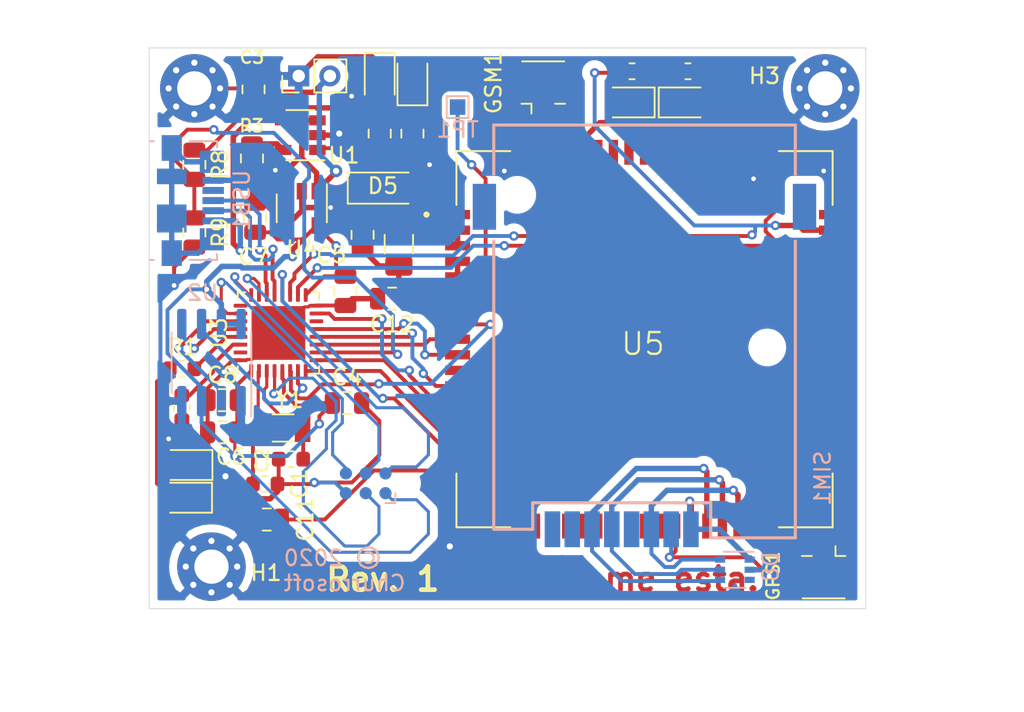
<source format=kicad_pcb>
(kicad_pcb (version 20171130) (host pcbnew 5.1.6)
  (layers (0 F.Cu signal) (31 B.Cu signal) (34 B.Paste user) (35 F.Paste user) (36 B.SilkS user) (37 F.SilkS user) (38 B.Mask user) (39 F.Mask user) (44 Edge.Cuts user))
  (net 0 "")
  (net 1 GND)
  (net 2 "Net-(C1-Pad1)")
  (net 3 "Net-(C2-Pad1)")
  (net 4 VDD)
  (net 5 +3V3)
  (net 6 "Net-(C11-Pad1)")
  (net 7 "Net-(D1-Pad2)")
  (net 8 "Net-(D2-Pad2)")
  (net 9 +5V)
  (net 10 "Net-(D3-Pad1)")
  (net 11 "Net-(D4-Pad2)")
  (net 12 "Net-(D6-Pad2)")
  (net 13 "Net-(D7-Pad2)")
  (net 14 SIM_VDD)
  (net 15 SIM_CLK)
  (net 16 SIM_RST)
  (net 17 SIM_DATA)
  (net 18 /USB_D+)
  (net 19 /USB_D-)
  (net 20 /SYS_SWO)
  (net 21 /SYS_SWCLK)
  (net 22 /NRST)
  (net 23 /SYS_SWDIO)
  (net 24 /LED2)
  (net 25 /LED1)
  (net 26 "Net-(R3-Pad2)")
  (net 27 "Net-(R4-Pad2)")
  (net 28 NETLIGHT)
  (net 29 STATUS)
  (net 30 "Net-(TP1-Pad1)")
  (net 31 /SPI1_SCK)
  (net 32 /SPI1_MOSI)
  (net 33 /SPI1_MISO)
  (net 34 "Net-(U3-Pad31)")
  (net 35 "Net-(U3-Pad25)")
  (net 36 RESET)
  (net 37 UART_RTS)
  (net 38 "Net-(U3-Pad14)")
  (net 39 UART_CTS)
  (net 40 UART_DTR)
  (net 41 UART_RI)
  (net 42 UART_TXD)
  (net 43 UART_RXD)
  (net 44 PWRKEY)
  (net 45 "Net-(U5-Pad63)")
  (net 46 "Net-(U5-Pad62)")
  (net 47 "Net-(U5-Pad61)")
  (net 48 "Net-(U5-Pad60)")
  (net 49 "Net-(U5-Pad59)")
  (net 50 "Net-(U5-Pad58)")
  (net 51 "Net-(U5-Pad57)")
  (net 52 "Net-(U5-Pad56)")
  (net 53 "Net-(U5-Pad55)")
  (net 54 "Net-(U5-Pad53)")
  (net 55 "Net-(U5-Pad48)")
  (net 56 "Net-(U5-Pad47)")
  (net 57 "Net-(U5-Pad46)")
  (net 58 "Net-(U5-Pad45)")
  (net 59 "Net-(U5-Pad44)")
  (net 60 "Net-(U5-Pad43)")
  (net 61 "Net-(U5-Pad42)")
  (net 62 "Net-(U5-Pad41)")
  (net 63 "Net-(U5-Pad39)")
  (net 64 "Net-(U5-Pad38)")
  (net 65 "Net-(U5-Pad37)")
  (net 66 "Net-(U5-Pad33)")
  (net 67 "Net-(U5-Pad27)")
  (net 68 "Net-(U5-Pad26)")
  (net 69 "Net-(U5-Pad25)")
  (net 70 "Net-(U5-Pad24)")
  (net 71 "Net-(U5-Pad23)")
  (net 72 "Net-(U5-Pad22)")
  (net 73 "Net-(U5-Pad21)")
  (net 74 "Net-(U5-Pad20)")
  (net 75 "Net-(U5-Pad19)")
  (net 76 "Net-(U5-Pad11)")
  (net 77 "Net-(D8-Pad3)")
  (net 78 "Net-(SIM1-Pad2)")
  (net 79 "Net-(SIM1-Pad1)")
  (net 80 "Net-(SIM1-PadC6)")
  (net 81 "Net-(SIM1-PadCD1)")
  (net 82 "Net-(SIM1-PadCD2)")
  (net 83 "Net-(USB1-Pad6)")
  (net 84 "Net-(USB1-Pad4)")
  (net 85 "Net-(GPS1-Pad1)")
  (net 86 "Net-(GSM1-Pad1)")
  (net 87 /ADC1_IN9)
  (module Resistor_SMD:R_0805_2012Metric (layer F.Cu) (at 162.4 121.85 270)
    (fp_text reference R9 (at 0 -1.65 90) (layer F.SilkS))
    (fp_text value 100k)
    (pad 2 smd roundrect (at 0.9375 0 270) (size 0.975 1.4) (layers F.Cu F.Paste F.Mask) (net 1 GND))
    (pad 1 smd roundrect (at -0.9375 0 270) (size 0.975 1.4) (layers F.Cu F.Paste F.Mask) (net 87 /ADC1_IN9))
  )
  (module Resistor_SMD:R_0805_2012Metric (layer F.Cu) (at 162.4 117.5 270)
    (fp_text reference R8 (at 0 -1.65 90) (layer F.SilkS))
    (fp_text value 100k)
    (pad 2 smd roundrect (at 0.9375 0 270) (size 0.975 1.4) (layers F.Cu F.Paste F.Mask) (net 87 /ADC1_IN9))
    (pad 1 smd roundrect (at -0.9375 0 270) (size 0.975 1.4) (layers F.Cu F.Paste F.Mask) (net 4 VDD))
  )
  (module Resistor_SMD:R_0805_2012Metric (layer F.Cu) (at 174.3 115.5 270)
    (fp_text reference R5 hide)
    (fp_text value 1k)
    (pad 2 smd roundrect (at 0.9375 0 270) (size 0.975 1.4) (layers F.Cu F.Paste F.Mask) (net 27 "Net-(R4-Pad2)"))
    (pad 1 smd roundrect (at -0.9375 0 270) (size 0.975 1.4) (layers F.Cu F.Paste F.Mask) (net 11 "Net-(D4-Pad2)"))
  )
  (module Package_SO:SOIC-8_3.9x4.9mm_P1.27mm (layer B.Cu) (at 163.5 130.2 90)
    (fp_text reference U2 (at 4.48 -0.57 180) (layer B.SilkS) (effects (justify mirror)))
    (fp_text value W25X40CL)
    (pad 8 smd roundrect (at 2.475 1.905 90) (size 1.95 0.6) (layers B.Cu B.Paste B.Mask) (net 5 +3V3))
    (pad 7 smd roundrect (at 2.475 0.635 90) (size 1.95 0.6) (layers B.Cu B.Paste B.Mask) (net 5 +3V3))
    (pad 6 smd roundrect (at 2.475 -0.635 90) (size 1.95 0.6) (layers B.Cu B.Paste B.Mask) (net 31 /SPI1_SCK))
    (pad 5 smd roundrect (at 2.475 -1.905 90) (size 1.95 0.6) (layers B.Cu B.Paste B.Mask) (net 32 /SPI1_MOSI))
    (pad 4 smd roundrect (at -2.475 -1.905 90) (size 1.95 0.6) (layers B.Cu B.Paste B.Mask) (net 1 GND))
    (pad 3 smd roundrect (at -2.475 -0.635 90) (size 1.95 0.6) (layers B.Cu B.Paste B.Mask) (net 5 +3V3))
    (pad 2 smd roundrect (at -2.475 0.635 90) (size 1.95 0.6) (layers B.Cu B.Paste B.Mask) (net 33 /SPI1_MISO))
    (pad 1 smd roundrect (at -2.475 1.905 90) (size 1.95 0.6) (layers B.Cu B.Paste B.Mask) (net 1 GND))
  )
  (module Package_TO_SOT_SMD:SOT-23-5 (layer F.Cu) (at 169.2 115.6 180)
    (fp_text reference U1 (at -2.8 -1.3) (layer F.SilkS))
    (fp_text value MCP73831-2-OT)
    (pad 5 smd rect (at 1.1 -0.95 180) (size 1.06 0.65) (layers F.Cu F.Paste F.Mask) (net 26 "Net-(R3-Pad2)"))
    (pad 4 smd rect (at 1.1 0.95 180) (size 1.06 0.65) (layers F.Cu F.Paste F.Mask) (net 9 +5V))
    (pad 3 smd rect (at -1.1 0.95 180) (size 1.06 0.65) (layers F.Cu F.Paste F.Mask) (net 4 VDD))
    (pad 2 smd rect (at -1.1 0 180) (size 1.06 0.65) (layers F.Cu F.Paste F.Mask) (net 1 GND))
    (pad 1 smd rect (at -1.1 -0.95 180) (size 1.06 0.65) (layers F.Cu F.Paste F.Mask) (net 27 "Net-(R4-Pad2)"))
  )
  (module Connector_Coaxial:U.FL_Hirose_U.FL-R-SMT-1_Vertical (layer F.Cu) (at 202.8 143.5 270)
    (fp_text reference GPS1 (at 0.4 3.25 270) (layer F.SilkS) (effects (font (size 0.8 0.8))))
    (fp_text value Conn_Coaxial)
    (pad 2 smd rect (at 0.475 -1.475 270) (size 2.2 1.05) (layers F.Cu F.Paste F.Mask) (net 1 GND))
    (pad 1 smd rect (at -1.05 0 270) (size 1.05 1) (layers F.Cu F.Paste F.Mask) (net 85 "Net-(GPS1-Pad1)"))
    (pad 2 smd rect (at 0.475 1.475 270) (size 2.2 1.05) (layers F.Cu F.Paste F.Mask) (net 1 GND))
  )
  (module LED_SMD:LED_0805_2012Metric (layer F.Cu) (at 161.875 136.775 180)
    (fp_text reference D2 hide)
    (fp_text value Orange)
    (pad 2 smd roundrect (at 0.9375 0 180) (size 0.975 1.4) (layers F.Cu F.Paste F.Mask) (net 8 "Net-(D2-Pad2)"))
    (pad 1 smd roundrect (at -0.9375 0 180) (size 0.975 1.4) (layers F.Cu F.Paste F.Mask) (net 1 GND))
  )
  (module Connector_USB:USB_Micro-B_Molex_47346-0001 (layer B.Cu) (at 162.15 119.8 90)
    (fp_text reference USB1 (at 0 3.3 90) (layer B.SilkS) (effects (justify mirror)))
    (fp_text value USB_B_Micro)
    (pad 6 smd rect (at 1.55 -1.2 90) (size 1 1.9) (layers B.Cu B.Paste B.Mask) (net 83 "Net-(USB1-Pad6)"))
    (pad 6 smd rect (at -1.15 -1.2 90) (size 1.8 1.9) (layers B.Cu B.Paste B.Mask) (net 83 "Net-(USB1-Pad6)"))
    (pad 6 smd rect (at 3.375 -1.2 90) (size 1.65 1.3) (layers B.Cu B.Paste B.Mask) (net 83 "Net-(USB1-Pad6)"))
    (pad 6 smd rect (at -3.375 -1.2 90) (size 1.65 1.3) (layers B.Cu B.Paste B.Mask) (net 83 "Net-(USB1-Pad6)"))
    (pad 6 smd rect (at 2.4875 1.375 90) (size 1.425 1.55) (layers B.Cu B.Paste B.Mask) (net 83 "Net-(USB1-Pad6)"))
    (pad 6 smd rect (at -2.4875 1.375 90) (size 1.425 1.55) (layers B.Cu B.Paste B.Mask) (net 83 "Net-(USB1-Pad6)"))
    (pad 5 smd rect (at 1.3 1.46 90) (size 0.45 1.38) (layers B.Cu B.Paste B.Mask) (net 1 GND))
    (pad 4 smd rect (at 0.65 1.46 90) (size 0.45 1.38) (layers B.Cu B.Paste B.Mask) (net 84 "Net-(USB1-Pad4)"))
    (pad 3 smd rect (at 0 1.46 90) (size 0.45 1.38) (layers B.Cu B.Paste B.Mask) (net 18 /USB_D+))
    (pad 2 smd rect (at -0.65 1.46 90) (size 0.45 1.38) (layers B.Cu B.Paste B.Mask) (net 19 /USB_D-))
    (pad 1 smd rect (at -1.3 1.46 90) (size 0.45 1.38) (layers B.Cu B.Paste B.Mask) (net 9 +5V))
  )
  (module MountingHole:MountingHole_2.2mm_M2_Pad_Via (layer F.Cu) (at 202.9 112.6)
    (fp_text reference H3 (at -3.9 -0.8) (layer F.SilkS))
    (fp_text value MountingHole)
    (pad 1 thru_hole circle (at 1.166726 -1.166726) (size 0.7 0.7) (drill 0.4) (layers *.Cu *.Mask) (net 1 GND))
    (pad 1 thru_hole circle (at 0 -1.65) (size 0.7 0.7) (drill 0.4) (layers *.Cu *.Mask) (net 1 GND))
    (pad 1 thru_hole circle (at -1.166726 -1.166726) (size 0.7 0.7) (drill 0.4) (layers *.Cu *.Mask) (net 1 GND))
    (pad 1 thru_hole circle (at -1.65 0) (size 0.7 0.7) (drill 0.4) (layers *.Cu *.Mask) (net 1 GND))
    (pad 1 thru_hole circle (at -1.166726 1.166726) (size 0.7 0.7) (drill 0.4) (layers *.Cu *.Mask) (net 1 GND))
    (pad 1 thru_hole circle (at 0 1.65) (size 0.7 0.7) (drill 0.4) (layers *.Cu *.Mask) (net 1 GND))
    (pad 1 thru_hole circle (at 1.166726 1.166726) (size 0.7 0.7) (drill 0.4) (layers *.Cu *.Mask) (net 1 GND))
    (pad 1 thru_hole circle (at 1.65 0) (size 0.7 0.7) (drill 0.4) (layers *.Cu *.Mask) (net 1 GND))
    (pad 1 thru_hole circle (at 0 0) (size 4.4 4.4) (drill 2.2) (layers *.Cu *.Mask) (net 1 GND))
  )
  (module MountingHole:MountingHole_2.2mm_M2_Pad_Via (layer F.Cu) (at 162.4 112.6)
    (fp_text reference H2 hide)
    (fp_text value MountingHole)
    (pad 1 thru_hole circle (at 1.166726 -1.166726) (size 0.7 0.7) (drill 0.4) (layers *.Cu *.Mask) (net 1 GND))
    (pad 1 thru_hole circle (at 0 -1.65) (size 0.7 0.7) (drill 0.4) (layers *.Cu *.Mask) (net 1 GND))
    (pad 1 thru_hole circle (at -1.166726 -1.166726) (size 0.7 0.7) (drill 0.4) (layers *.Cu *.Mask) (net 1 GND))
    (pad 1 thru_hole circle (at -1.65 0) (size 0.7 0.7) (drill 0.4) (layers *.Cu *.Mask) (net 1 GND))
    (pad 1 thru_hole circle (at -1.166726 1.166726) (size 0.7 0.7) (drill 0.4) (layers *.Cu *.Mask) (net 1 GND))
    (pad 1 thru_hole circle (at 0 1.65) (size 0.7 0.7) (drill 0.4) (layers *.Cu *.Mask) (net 1 GND))
    (pad 1 thru_hole circle (at 1.166726 1.166726) (size 0.7 0.7) (drill 0.4) (layers *.Cu *.Mask) (net 1 GND))
    (pad 1 thru_hole circle (at 1.65 0) (size 0.7 0.7) (drill 0.4) (layers *.Cu *.Mask) (net 1 GND))
    (pad 1 thru_hole circle (at 0 0) (size 4.4 4.4) (drill 2.2) (layers *.Cu *.Mask) (net 1 GND))
  )
  (module MountingHole:MountingHole_2.2mm_M2_Pad_Via (layer F.Cu) (at 163.5 143.3)
    (fp_text reference H1 (at 3.5 0.4) (layer F.SilkS))
    (fp_text value MountingHole)
    (pad 1 thru_hole circle (at 1.166726 -1.166726) (size 0.7 0.7) (drill 0.4) (layers *.Cu *.Mask) (net 1 GND))
    (pad 1 thru_hole circle (at 0 -1.65) (size 0.7 0.7) (drill 0.4) (layers *.Cu *.Mask) (net 1 GND))
    (pad 1 thru_hole circle (at -1.166726 -1.166726) (size 0.7 0.7) (drill 0.4) (layers *.Cu *.Mask) (net 1 GND))
    (pad 1 thru_hole circle (at -1.65 0) (size 0.7 0.7) (drill 0.4) (layers *.Cu *.Mask) (net 1 GND))
    (pad 1 thru_hole circle (at -1.166726 1.166726) (size 0.7 0.7) (drill 0.4) (layers *.Cu *.Mask) (net 1 GND))
    (pad 1 thru_hole circle (at 0 1.65) (size 0.7 0.7) (drill 0.4) (layers *.Cu *.Mask) (net 1 GND))
    (pad 1 thru_hole circle (at 1.166726 1.166726) (size 0.7 0.7) (drill 0.4) (layers *.Cu *.Mask) (net 1 GND))
    (pad 1 thru_hole circle (at 1.65 0) (size 0.7 0.7) (drill 0.4) (layers *.Cu *.Mask) (net 1 GND))
    (pad 1 thru_hole circle (at 0 0) (size 4.4 4.4) (drill 2.2) (layers *.Cu *.Mask) (net 1 GND))
  )
  (module Capacitor_SMD:C_0603_1608Metric (layer F.Cu) (at 168.6 136.4 180)
    (fp_text reference C2 (at 1.85 -0.1 270) (layer F.SilkS) (effects (font (size 0.8 0.8))))
    (fp_text value 3.3pF)
    (pad 2 smd roundrect (at 0.7875 0 180) (size 0.875 0.95) (layers F.Cu F.Paste F.Mask) (net 1 GND))
    (pad 1 smd roundrect (at -0.7875 0 180) (size 0.875 0.95) (layers F.Cu F.Paste F.Mask) (net 3 "Net-(C2-Pad1)"))
  )
  (module Connector:Tag-Connect_TC2030-IDC-FP_2x03_P1.27mm_Vertical (layer B.Cu) (at 173.4 137.95 180)
    (fp_text reference J2 hide)
    (fp_text value "Tag connect")
    (pad 6 connect circle (at 1.27 0.635 180) (size 0.7874 0.7874) (layers B.Cu B.Mask) (net 20 /SYS_SWO))
    (pad 5 connect circle (at 1.27 -0.635 180) (size 0.7874 0.7874) (layers B.Cu B.Mask) (net 1 GND))
    (pad 4 connect circle (at 0 0.635 180) (size 0.7874 0.7874) (layers B.Cu B.Mask) (net 21 /SYS_SWCLK))
    (pad 3 connect circle (at 0 -0.635 180) (size 0.7874 0.7874) (layers B.Cu B.Mask) (net 22 /NRST))
    (pad 2 connect circle (at -1.27 0.635 180) (size 0.7874 0.7874) (layers B.Cu B.Mask) (net 23 /SYS_SWDIO))
    (pad 1 connect circle (at -1.27 -0.635 180) (size 0.7874 0.7874) (layers B.Cu B.Mask) (net 5 +3V3))
    (pad "" np_thru_hole circle (at -2.54 0 180) (size 0.9906 0.9906) (drill 0.9906) (layers *.Cu *.Mask))
    (pad "" np_thru_hole circle (at 2.54 -1.016 180) (size 0.9906 0.9906) (drill 0.9906) (layers *.Cu *.Mask))
    (pad "" np_thru_hole circle (at 2.54 1.016 180) (size 0.9906 0.9906) (drill 0.9906) (layers *.Cu *.Mask))
    (pad "" np_thru_hole circle (at 0.635 -2.54 180) (size 2.3749 2.3749) (drill 2.3749) (layers *.Cu *.Mask))
    (pad "" np_thru_hole circle (at 0.635 2.54 180) (size 2.3749 2.3749) (drill 2.3749) (layers *.Cu *.Mask))
    (pad "" np_thru_hole circle (at -2.54 2.54 180) (size 2.3749 2.3749) (drill 2.3749) (layers *.Cu *.Mask))
    (pad "" np_thru_hole circle (at -2.54 -2.54 180) (size 2.3749 2.3749) (drill 2.3749) (layers *.Cu *.Mask))
  )
  (module LED_SMD:LED_0805_2012Metric (layer F.Cu) (at 174.3 112 270)
    (fp_text reference D4 hide)
    (fp_text value Green)
    (pad 2 smd roundrect (at 0.9375 0 270) (size 0.975 1.4) (layers F.Cu F.Paste F.Mask) (net 11 "Net-(D4-Pad2)"))
    (pad 1 smd roundrect (at -0.9375 0 270) (size 0.975 1.4) (layers F.Cu F.Paste F.Mask) (net 1 GND))
  )
  (module Crystal:Crystal_SMD_3215-2Pin_3.2x1.5mm (layer F.Cu) (at 168.1 134.4 180)
    (fp_text reference Y1 (at -0.4 1.8 180) (layer F.SilkS))
    (fp_text value 32.768KHz)
    (pad 2 smd rect (at -1.25 0 180) (size 1 1.8) (layers F.Cu F.Paste F.Mask) (net 3 "Net-(C2-Pad1)"))
    (pad 1 smd rect (at 1.25 0 180) (size 1 1.8) (layers F.Cu F.Paste F.Mask) (net 2 "Net-(C1-Pad1)"))
  )
  (module SIM808:XCVR_SIM808 (layer F.Cu) (at 191.3 128.7)
    (fp_text reference U5 (at -0.1 0.3) (layer F.SilkS) (effects (font (size 1.4 1.4))))
    (fp_text value SIM808)
    (pad 68 smd rect (at -8 -12) (size 0.6 1.6) (layers F.Cu F.Paste F.Mask) (net 1 GND))
    (pad 67 smd rect (at -7 -12) (size 0.6 1.6) (layers F.Cu F.Paste F.Mask) (net 1 GND))
    (pad 66 smd rect (at -6 -12) (size 0.6 1.6) (layers F.Cu F.Paste F.Mask) (net 86 "Net-(GSM1-Pad1)"))
    (pad 65 smd rect (at -5 -12) (size 0.6 1.6) (layers F.Cu F.Paste F.Mask) (net 1 GND))
    (pad 64 smd rect (at -4 -12) (size 0.6 1.6) (layers F.Cu F.Paste F.Mask) (net 1 GND))
    (pad 63 smd rect (at -3 -12) (size 0.6 1.6) (layers F.Cu F.Paste F.Mask) (net 45 "Net-(U5-Pad63)"))
    (pad 62 smd rect (at -2 -12) (size 0.6 1.6) (layers F.Cu F.Paste F.Mask) (net 46 "Net-(U5-Pad62)"))
    (pad 61 smd rect (at -1 -12) (size 0.6 1.6) (layers F.Cu F.Paste F.Mask) (net 47 "Net-(U5-Pad61)"))
    (pad 60 smd rect (at 0 -12) (size 0.6 1.6) (layers F.Cu F.Paste F.Mask) (net 48 "Net-(U5-Pad60)"))
    (pad 59 smd rect (at 1 -12) (size 0.6 1.6) (layers F.Cu F.Paste F.Mask) (net 49 "Net-(U5-Pad59)"))
    (pad 58 smd rect (at 2 -12) (size 0.6 1.6) (layers F.Cu F.Paste F.Mask) (net 50 "Net-(U5-Pad58)"))
    (pad 57 smd rect (at 3 -12) (size 0.6 1.6) (layers F.Cu F.Paste F.Mask) (net 51 "Net-(U5-Pad57)"))
    (pad 56 smd rect (at 4 -12) (size 0.6 1.6) (layers F.Cu F.Paste F.Mask) (net 52 "Net-(U5-Pad56)"))
    (pad 55 smd rect (at 5 -12) (size 0.6 1.6) (layers F.Cu F.Paste F.Mask) (net 53 "Net-(U5-Pad55)"))
    (pad 54 smd rect (at 6 -12) (size 0.6 1.6) (layers F.Cu F.Paste F.Mask) (net 1 GND))
    (pad 53 smd rect (at 7 -12) (size 0.6 1.6) (layers F.Cu F.Paste F.Mask) (net 54 "Net-(U5-Pad53)"))
    (pad 52 smd rect (at 8 -12) (size 0.6 1.6) (layers F.Cu F.Paste F.Mask) (net 1 GND))
    (pad 51 smd rect (at 12 -8) (size 1.6 0.6) (layers F.Cu F.Paste F.Mask) (net 1 GND))
    (pad 50 smd rect (at 12 -7) (size 1.6 0.6) (layers F.Cu F.Paste F.Mask) (net 28 NETLIGHT))
    (pad 49 smd rect (at 12 -6) (size 1.6 0.6) (layers F.Cu F.Paste F.Mask) (net 29 STATUS))
    (pad 48 smd rect (at 12 -5) (size 1.6 0.6) (layers F.Cu F.Paste F.Mask) (net 55 "Net-(U5-Pad48)"))
    (pad 47 smd rect (at 12 -4) (size 1.6 0.6) (layers F.Cu F.Paste F.Mask) (net 56 "Net-(U5-Pad47)"))
    (pad 46 smd rect (at 12 -3) (size 1.6 0.6) (layers F.Cu F.Paste F.Mask) (net 57 "Net-(U5-Pad46)"))
    (pad 45 smd rect (at 12 -2) (size 1.6 0.6) (layers F.Cu F.Paste F.Mask) (net 58 "Net-(U5-Pad45)"))
    (pad 44 smd rect (at 12 -1) (size 1.6 0.6) (layers F.Cu F.Paste F.Mask) (net 59 "Net-(U5-Pad44)"))
    (pad 43 smd rect (at 12 0) (size 1.6 0.6) (layers F.Cu F.Paste F.Mask) (net 60 "Net-(U5-Pad43)"))
    (pad 42 smd rect (at 12 1) (size 1.6 0.6) (layers F.Cu F.Paste F.Mask) (net 61 "Net-(U5-Pad42)"))
    (pad 41 smd rect (at 12 2) (size 1.6 0.6) (layers F.Cu F.Paste F.Mask) (net 62 "Net-(U5-Pad41)"))
    (pad 40 smd rect (at 12 3) (size 1.6 0.6) (layers F.Cu F.Paste F.Mask) (net 1 GND))
    (pad 39 smd rect (at 12 4) (size 1.6 0.6) (layers F.Cu F.Paste F.Mask) (net 63 "Net-(U5-Pad39)"))
    (pad 38 smd rect (at 12 5) (size 1.6 0.6) (layers F.Cu F.Paste F.Mask) (net 64 "Net-(U5-Pad38)"))
    (pad 37 smd rect (at 12 6) (size 1.6 0.6) (layers F.Cu F.Paste F.Mask) (net 65 "Net-(U5-Pad37)"))
    (pad 36 smd rect (at 12 7) (size 1.6 0.6) (layers F.Cu F.Paste F.Mask) (net 1 GND))
    (pad 35 smd rect (at 12 8) (size 1.6 0.6) (layers F.Cu F.Paste F.Mask) (net 85 "Net-(GPS1-Pad1)"))
    (pad 34 smd rect (at 8 12) (size 0.6 1.6) (layers F.Cu F.Paste F.Mask) (net 1 GND))
    (pad 33 smd rect (at 7 12) (size 0.6 1.6) (layers F.Cu F.Paste F.Mask) (net 66 "Net-(U5-Pad33)"))
    (pad 32 smd rect (at 6 12) (size 0.6 1.6) (layers F.Cu F.Paste F.Mask) (net 16 SIM_RST))
    (pad 31 smd rect (at 5 12) (size 0.6 1.6) (layers F.Cu F.Paste F.Mask) (net 15 SIM_CLK))
    (pad 30 smd rect (at 4 12) (size 0.6 1.6) (layers F.Cu F.Paste F.Mask) (net 17 SIM_DATA))
    (pad 29 smd rect (at 3 12) (size 0.6 1.6) (layers F.Cu F.Paste F.Mask) (net 14 SIM_VDD))
    (pad 28 smd rect (at 2 12) (size 0.6 1.6) (layers F.Cu F.Paste F.Mask) (net 1 GND))
    (pad 27 smd rect (at 1 12) (size 0.6 1.6) (layers F.Cu F.Paste F.Mask) (net 67 "Net-(U5-Pad27)"))
    (pad 26 smd rect (at 0 12) (size 0.6 1.6) (layers F.Cu F.Paste F.Mask) (net 68 "Net-(U5-Pad26)"))
    (pad 25 smd rect (at -1 12) (size 0.6 1.6) (layers F.Cu F.Paste F.Mask) (net 69 "Net-(U5-Pad25)"))
    (pad 24 smd rect (at -2 12) (size 0.6 1.6) (layers F.Cu F.Paste F.Mask) (net 70 "Net-(U5-Pad24)"))
    (pad 23 smd rect (at -3 12) (size 0.6 1.6) (layers F.Cu F.Paste F.Mask) (net 71 "Net-(U5-Pad23)"))
    (pad 22 smd rect (at -4 12) (size 0.6 1.6) (layers F.Cu F.Paste F.Mask) (net 72 "Net-(U5-Pad22)"))
    (pad 21 smd rect (at -5 12) (size 0.6 1.6) (layers F.Cu F.Paste F.Mask) (net 73 "Net-(U5-Pad21)"))
    (pad 20 smd rect (at -6 12) (size 0.6 1.6) (layers F.Cu F.Paste F.Mask) (net 74 "Net-(U5-Pad20)"))
    (pad 19 smd rect (at -7 12) (size 0.6 1.6) (layers F.Cu F.Paste F.Mask) (net 75 "Net-(U5-Pad19)"))
    (pad 18 smd rect (at -8 12) (size 0.6 1.6) (layers F.Cu F.Paste F.Mask) (net 1 GND))
    (pad 17 smd rect (at -12 8) (size 1.6 0.6) (layers F.Cu F.Paste F.Mask) (net 6 "Net-(C11-Pad1)"))
    (pad 16 smd rect (at -12 7) (size 1.6 0.6) (layers F.Cu F.Paste F.Mask) (net 36 RESET))
    (pad 15 smd rect (at -12 6) (size 1.6 0.6) (layers F.Cu F.Paste F.Mask) (net 43 UART_RXD))
    (pad 14 smd rect (at -12 5) (size 1.6 0.6) (layers F.Cu F.Paste F.Mask) (net 42 UART_TXD))
    (pad 13 smd rect (at -12 4) (size 1.6 0.6) (layers F.Cu F.Paste F.Mask) (net 37 UART_RTS))
    (pad 12 smd rect (at -12 3) (size 1.6 0.6) (layers F.Cu F.Paste F.Mask) (net 39 UART_CTS))
    (pad 11 smd rect (at -12 2) (size 1.6 0.6) (layers F.Cu F.Paste F.Mask) (net 76 "Net-(U5-Pad11)"))
    (pad 10 smd rect (at -12 1) (size 1.6 0.6) (layers F.Cu F.Paste F.Mask) (net 41 UART_RI))
    (pad 9 smd rect (at -12 0) (size 1.6 0.6) (layers F.Cu F.Paste F.Mask) (net 40 UART_DTR))
    (pad 8 smd rect (at -12 -1) (size 1.6 0.6) (layers F.Cu F.Paste F.Mask) (net 44 PWRKEY))
    (pad 7 smd rect (at -12 -2) (size 1.6 0.6) (layers F.Cu F.Paste F.Mask) (net 30 "Net-(TP1-Pad1)"))
    (pad 6 smd rect (at -12 -3) (size 1.6 0.6) (layers F.Cu F.Paste F.Mask) (net 4 VDD))
    (pad 5 smd rect (at -12 -4) (size 1.6 0.6) (layers F.Cu F.Paste F.Mask) (net 4 VDD))
    (pad 4 smd rect (at -12 -5) (size 1.6 0.6) (layers F.Cu F.Paste F.Mask) (net 4 VDD))
    (pad 3 smd rect (at -12 -6) (size 1.6 0.6) (layers F.Cu F.Paste F.Mask) (net 1 GND))
    (pad 2 smd rect (at -12 -7) (size 1.6 0.6) (layers F.Cu F.Paste F.Mask) (net 1 GND))
    (pad 1 smd rect (at -12 -8) (size 1.6 0.6) (layers F.Cu F.Paste F.Mask) (net 1 GND))
  )
  (module Package_TO_SOT_SMD:SOT-23-5 (layer F.Cu) (at 169.3 120.3 270)
    (fp_text reference U4 (at 2.6 0 180) (layer F.SilkS))
    (fp_text value TPS78233DDC)
    (pad 1 smd rect (at -1.1 -0.95 270) (size 1.06 0.65) (layers F.Cu F.Paste F.Mask) (net 4 VDD))
    (pad 2 smd rect (at -1.1 0 270) (size 1.06 0.65) (layers F.Cu F.Paste F.Mask) (net 1 GND))
    (pad 3 smd rect (at -1.1 0.95 270) (size 1.06 0.65) (layers F.Cu F.Paste F.Mask) (net 4 VDD))
    (pad 4 smd rect (at 1.1 0.95 270) (size 1.06 0.65) (layers F.Cu F.Paste F.Mask) (net 1 GND))
    (pad 5 smd rect (at 1.1 -0.95 270) (size 1.06 0.65) (layers F.Cu F.Paste F.Mask) (net 5 +3V3))
  )
  (module Package_DFN_QFN:QFN-32-1EP_5x5mm_P0.5mm_EP3.45x3.45mm (layer F.Cu) (at 167.8 128.3 90)
    (fp_text reference U3 (at 0 -3.82 90) (layer F.SilkS))
    (fp_text value STM32L432KBUx)
    (pad 33 smd rect (at 0 0 90) (size 3.45 3.45) (layers F.Cu F.Mask) (net 1 GND))
    (pad 32 smd roundrect (at -1.75 -2.4375 90) (size 0.25 0.875) (layers F.Cu F.Paste F.Mask) (net 1 GND))
    (pad 31 smd roundrect (at -1.25 -2.4375 90) (size 0.25 0.875) (layers F.Cu F.Paste F.Mask) (net 34 "Net-(U3-Pad31)"))
    (pad 30 smd roundrect (at -0.75 -2.4375 90) (size 0.25 0.875) (layers F.Cu F.Paste F.Mask) (net 25 /LED1))
    (pad 29 smd roundrect (at -0.25 -2.4375 90) (size 0.25 0.875) (layers F.Cu F.Paste F.Mask) (net 24 /LED2))
    (pad 28 smd roundrect (at 0.25 -2.4375 90) (size 0.25 0.875) (layers F.Cu F.Paste F.Mask) (net 32 /SPI1_MOSI))
    (pad 27 smd roundrect (at 0.75 -2.4375 90) (size 0.25 0.875) (layers F.Cu F.Paste F.Mask) (net 33 /SPI1_MISO))
    (pad 26 smd roundrect (at 1.25 -2.4375 90) (size 0.25 0.875) (layers F.Cu F.Paste F.Mask) (net 20 /SYS_SWO))
    (pad 25 smd roundrect (at 1.75 -2.4375 90) (size 0.25 0.875) (layers F.Cu F.Paste F.Mask) (net 35 "Net-(U3-Pad25)"))
    (pad 24 smd roundrect (at 2.4375 -1.75 90) (size 0.875 0.25) (layers F.Cu F.Paste F.Mask) (net 21 /SYS_SWCLK))
    (pad 23 smd roundrect (at 2.4375 -1.25 90) (size 0.875 0.25) (layers F.Cu F.Paste F.Mask) (net 23 /SYS_SWDIO))
    (pad 22 smd roundrect (at 2.4375 -0.75 90) (size 0.875 0.25) (layers F.Cu F.Paste F.Mask) (net 18 /USB_D+))
    (pad 21 smd roundrect (at 2.4375 -0.25 90) (size 0.875 0.25) (layers F.Cu F.Paste F.Mask) (net 19 /USB_D-))
    (pad 20 smd roundrect (at 2.4375 0.25 90) (size 0.875 0.25) (layers F.Cu F.Paste F.Mask) (net 36 RESET))
    (pad 19 smd roundrect (at 2.4375 0.75 90) (size 0.875 0.25) (layers F.Cu F.Paste F.Mask) (net 28 NETLIGHT))
    (pad 18 smd roundrect (at 2.4375 1.25 90) (size 0.875 0.25) (layers F.Cu F.Paste F.Mask) (net 29 STATUS))
    (pad 17 smd roundrect (at 2.4375 1.75 90) (size 0.875 0.25) (layers F.Cu F.Paste F.Mask) (net 5 +3V3))
    (pad 16 smd roundrect (at 1.75 2.4375 90) (size 0.25 0.875) (layers F.Cu F.Paste F.Mask) (net 1 GND))
    (pad 15 smd roundrect (at 1.25 2.4375 90) (size 0.25 0.875) (layers F.Cu F.Paste F.Mask) (net 37 UART_RTS))
    (pad 14 smd roundrect (at 0.75 2.4375 90) (size 0.25 0.875) (layers F.Cu F.Paste F.Mask) (net 38 "Net-(U3-Pad14)"))
    (pad 13 smd roundrect (at 0.25 2.4375 90) (size 0.25 0.875) (layers F.Cu F.Paste F.Mask) (net 41 UART_RI))
    (pad 12 smd roundrect (at -0.25 2.4375 90) (size 0.25 0.875) (layers F.Cu F.Paste F.Mask) (net 39 UART_CTS))
    (pad 11 smd roundrect (at -0.75 2.4375 90) (size 0.25 0.875) (layers F.Cu F.Paste F.Mask) (net 40 UART_DTR))
    (pad 10 smd roundrect (at -1.25 2.4375 90) (size 0.25 0.875) (layers F.Cu F.Paste F.Mask) (net 87 /ADC1_IN9))
    (pad 9 smd roundrect (at -1.75 2.4375 90) (size 0.25 0.875) (layers F.Cu F.Paste F.Mask) (net 42 UART_TXD))
    (pad 8 smd roundrect (at -2.4375 1.75 90) (size 0.875 0.25) (layers F.Cu F.Paste F.Mask) (net 43 UART_RXD))
    (pad 7 smd roundrect (at -2.4375 1.25 90) (size 0.875 0.25) (layers F.Cu F.Paste F.Mask) (net 31 /SPI1_SCK))
    (pad 6 smd roundrect (at -2.4375 0.75 90) (size 0.875 0.25) (layers F.Cu F.Paste F.Mask) (net 44 PWRKEY))
    (pad 5 smd roundrect (at -2.4375 0.25 90) (size 0.875 0.25) (layers F.Cu F.Paste F.Mask) (net 5 +3V3))
    (pad 4 smd roundrect (at -2.4375 -0.25 90) (size 0.875 0.25) (layers F.Cu F.Paste F.Mask) (net 22 /NRST))
    (pad 3 smd roundrect (at -2.4375 -0.75 90) (size 0.875 0.25) (layers F.Cu F.Paste F.Mask) (net 3 "Net-(C2-Pad1)"))
    (pad 2 smd roundrect (at -2.4375 -1.25 90) (size 0.875 0.25) (layers F.Cu F.Paste F.Mask) (net 2 "Net-(C1-Pad1)"))
    (pad 1 smd roundrect (at -2.4375 -1.75 90) (size 0.875 0.25) (layers F.Cu F.Paste F.Mask) (net 5 +3V3))
  )
  (module TestPoint:TestPoint_Pad_1.0x1.0mm (layer B.Cu) (at 179.3 113.8)
    (fp_text reference TP1 (at 0 1.448) (layer B.SilkS) (effects (justify mirror)))
    (fp_text value VDD_EXT)
    (pad 1 smd rect (at 0 0) (size 1 1) (layers B.Cu B.Mask) (net 30 "Net-(TP1-Pad1)"))
  )
  (module Resistor_SMD:R_0603_1608Metric (layer F.Cu) (at 194.0875 111.5)
    (fp_text reference R7 hide)
    (fp_text value 4.7k)
    (pad 1 smd roundrect (at -0.7875 0) (size 0.875 0.95) (layers F.Cu F.Paste F.Mask) (net 13 "Net-(D7-Pad2)"))
    (pad 2 smd roundrect (at 0.7875 0) (size 0.875 0.95) (layers F.Cu F.Paste F.Mask) (net 29 STATUS))
  )
  (module Resistor_SMD:R_0603_1608Metric (layer F.Cu) (at 190.5 111.5 180)
    (fp_text reference R6 hide)
    (fp_text value 4.7k)
    (pad 2 smd roundrect (at 0.7875 0 180) (size 0.875 0.95) (layers F.Cu F.Paste F.Mask) (net 28 NETLIGHT))
    (pad 1 smd roundrect (at -0.7875 0 180) (size 0.875 0.95) (layers F.Cu F.Paste F.Mask) (net 12 "Net-(D6-Pad2)"))
  )
  (module Resistor_SMD:R_0805_2012Metric (layer F.Cu) (at 176.4 115.5 270)
    (fp_text reference R4 hide)
    (fp_text value 470R)
    (pad 2 smd roundrect (at 0.9375 0 270) (size 0.975 1.4) (layers F.Cu F.Paste F.Mask) (net 27 "Net-(R4-Pad2)"))
    (pad 1 smd roundrect (at -0.9375 0 270) (size 0.975 1.4) (layers F.Cu F.Paste F.Mask) (net 10 "Net-(D3-Pad1)"))
  )
  (module Resistor_SMD:R_0805_2012Metric (layer F.Cu) (at 166.1 117.1 90)
    (fp_text reference R3 (at 2.1 -0.02) (layer F.SilkS) (effects (font (size 0.8 0.8))))
    (fp_text value 2k)
    (pad 2 smd roundrect (at 0.9375 0 90) (size 0.975 1.4) (layers F.Cu F.Paste F.Mask) (net 26 "Net-(R3-Pad2)"))
    (pad 1 smd roundrect (at -0.9375 0 90) (size 0.975 1.4) (layers F.Cu F.Paste F.Mask) (net 1 GND))
  )
  (module Resistor_SMD:R_0603_1608Metric (layer F.Cu) (at 161.6 133.1 90)
    (fp_text reference R2 hide)
    (fp_text value 4.7k)
    (pad 2 smd roundrect (at 0.7875 0 90) (size 0.875 0.95) (layers F.Cu F.Paste F.Mask) (net 25 /LED1))
    (pad 1 smd roundrect (at -0.7875 0 90) (size 0.875 0.95) (layers F.Cu F.Paste F.Mask) (net 8 "Net-(D2-Pad2)"))
  )
  (module Resistor_SMD:R_0603_1608Metric (layer F.Cu) (at 161.612499 130.6)
    (fp_text reference R1 (at 0.037501 -1.4) (layer F.SilkS))
    (fp_text value 4.7k)
    (pad 2 smd roundrect (at 0.7875 0) (size 0.875 0.95) (layers F.Cu F.Paste F.Mask) (net 24 /LED2))
    (pad 1 smd roundrect (at -0.7875 0) (size 0.875 0.95) (layers F.Cu F.Paste F.Mask) (net 7 "Net-(D1-Pad2)"))
  )
  (module Connector_PinHeader_2.00mm:PinHeader_1x02_P2.00mm_Vertical (layer F.Cu) (at 169.1 111.8 90)
    (fp_text reference J6 hide)
    (fp_text value BATT)
    (pad 2 thru_hole oval (at 0 2 90) (size 1.35 1.35) (drill 0.8) (layers *.Cu *.Mask) (net 4 VDD))
    (pad 1 thru_hole rect (at 0 0 90) (size 1.35 1.35) (drill 0.8) (layers *.Cu *.Mask) (net 1 GND))
  )
  (module SIM808:MOLEX_47553-2001 (layer B.Cu) (at 191.3 128.2 90)
    (fp_text reference SIM1 (at -9.425225 11.435315 90) (layer B.SilkS) (effects (font (size 1.000024 1.000024)) (justify mirror)))
    (fp_text value MOLEX47553-2001)
    (pad None np_thru_hole circle (at 8.77 -8.17 90) (size 1.4 1.4) (drill 1.4) (layers *.Cu *.Mask))
    (pad None np_thru_hole circle (at -1.03 7.88 90) (size 1.4 1.4) (drill 1.4) (layers *.Cu *.Mask))
    (pad 2 smd rect (at 8 10.27 90) (size 2.95 1.5) (layers B.Cu B.Paste B.Mask) (net 78 "Net-(SIM1-Pad2)"))
    (pad 1 smd rect (at 8 -10.28 90) (size 2.95 1.5) (layers B.Cu B.Paste B.Mask) (net 79 "Net-(SIM1-Pad1)"))
    (pad C1 smd rect (at -12.7 2.98 90) (size 2.3 1) (layers B.Cu B.Paste B.Mask) (net 14 SIM_VDD))
    (pad C5 smd rect (at -12.7 1.71 90) (size 2.3 1) (layers B.Cu B.Paste B.Mask) (net 1 GND))
    (pad C2 smd rect (at -12.7 0.44 90) (size 2.3 1) (layers B.Cu B.Paste B.Mask) (net 16 SIM_RST))
    (pad C6 smd rect (at -12.7 -0.83 90) (size 2.3 1) (layers B.Cu B.Paste B.Mask) (net 80 "Net-(SIM1-PadC6)"))
    (pad C3 smd rect (at -12.7 -2.1 90) (size 2.3 1) (layers B.Cu B.Paste B.Mask) (net 15 SIM_CLK))
    (pad C7 smd rect (at -12.7 -3.37 90) (size 2.3 1) (layers B.Cu B.Paste B.Mask) (net 17 SIM_DATA))
    (pad CD1 smd rect (at -12.7 -4.64 90) (size 2.3 1) (layers B.Cu B.Paste B.Mask) (net 81 "Net-(SIM1-PadCD1)"))
    (pad CD2 smd rect (at -12.7 -5.91 90) (size 2.3 1) (layers B.Cu B.Paste B.Mask) (net 82 "Net-(SIM1-PadCD2)"))
  )
  (module Connector_Coaxial:U.FL_Hirose_U.FL-R-SMT-1_Vertical (layer F.Cu) (at 184.8 112.7 90)
    (fp_text reference GSM1 (at 0.475 -3.2 90) (layer F.SilkS))
    (fp_text value Conn_Coaxial)
    (pad 2 smd rect (at 0.475 -1.475 90) (size 2.2 1.05) (layers F.Cu F.Paste F.Mask) (net 1 GND))
    (pad 1 smd rect (at -1.05 0 90) (size 1.05 1) (layers F.Cu F.Paste F.Mask) (net 86 "Net-(GSM1-Pad1)"))
    (pad 2 smd rect (at 0.475 1.475 90) (size 2.2 1.05) (layers F.Cu F.Paste F.Mask) (net 1 GND))
  )
  (module Package_TO_SOT_SMD:SOT-363_SC-70-6 (layer B.Cu) (at 197.1 143.5 180)
    (fp_text reference D8 (at -2.3 0.2 270) (layer B.SilkS) (effects (justify mirror)))
    (fp_text value SMF05)
    (pad 6 smd rect (at 0.95 0.65 180) (size 0.65 0.4) (layers B.Cu B.Paste B.Mask) (net 16 SIM_RST))
    (pad 4 smd rect (at 0.95 -0.65 180) (size 0.65 0.4) (layers B.Cu B.Paste B.Mask) (net 17 SIM_DATA))
    (pad 2 smd rect (at -0.95 0 180) (size 0.65 0.4) (layers B.Cu B.Paste B.Mask) (net 1 GND))
    (pad 5 smd rect (at 0.95 0 180) (size 0.65 0.4) (layers B.Cu B.Paste B.Mask) (net 15 SIM_CLK))
    (pad 3 smd rect (at -0.95 -0.65 180) (size 0.65 0.4) (layers B.Cu B.Paste B.Mask) (net 77 "Net-(D8-Pad3)"))
    (pad 1 smd rect (at -0.95 0.65 180) (size 0.65 0.4) (layers B.Cu B.Paste B.Mask) (net 14 SIM_VDD))
  )
  (module LED_SMD:LED_0805_2012Metric (layer F.Cu) (at 193.9 113.5)
    (fp_text reference D7 hide)
    (fp_text value Blue)
    (pad 2 smd roundrect (at 0.9375 0) (size 0.975 1.4) (layers F.Cu F.Paste F.Mask) (net 13 "Net-(D7-Pad2)"))
    (pad 1 smd roundrect (at -0.9375 0) (size 0.975 1.4) (layers F.Cu F.Paste F.Mask) (net 1 GND))
  )
  (module LED_SMD:LED_0805_2012Metric (layer F.Cu) (at 190.2625 113.5 180)
    (fp_text reference D6 hide)
    (fp_text value Green)
    (pad 2 smd roundrect (at 0.9375 0 180) (size 0.975 1.4) (layers F.Cu F.Paste F.Mask) (net 12 "Net-(D6-Pad2)"))
    (pad 1 smd roundrect (at -0.9375 0 180) (size 0.975 1.4) (layers F.Cu F.Paste F.Mask) (net 1 GND))
  )
  (module Diode_SMD:D_SOD-123 (layer F.Cu) (at 174.5 119)
    (fp_text reference D5 (at 0 -0.144) (layer F.SilkS))
    (fp_text value MMSZ5231BT1G)
    (pad 2 smd rect (at 1.65 0) (size 0.9 1.2) (layers F.Cu F.Paste F.Mask) (net 1 GND))
    (pad 1 smd rect (at -1.65 0) (size 0.9 1.2) (layers F.Cu F.Paste F.Mask) (net 4 VDD))
  )
  (module LED_SMD:LED_0805_2012Metric (layer F.Cu) (at 176.4 112 90)
    (fp_text reference D3 hide)
    (fp_text value Orange)
    (pad 2 smd roundrect (at 0.9375 0 90) (size 0.975 1.4) (layers F.Cu F.Paste F.Mask) (net 9 +5V))
    (pad 1 smd roundrect (at -0.9375 0 90) (size 0.975 1.4) (layers F.Cu F.Paste F.Mask) (net 10 "Net-(D3-Pad1)"))
  )
  (module LED_SMD:LED_0805_2012Metric (layer F.Cu) (at 161.85 138.875 180)
    (fp_text reference D1 hide)
    (fp_text value Red)
    (pad 2 smd roundrect (at 0.9375 0 180) (size 0.975 1.4) (layers F.Cu F.Paste F.Mask) (net 7 "Net-(D1-Pad2)"))
    (pad 1 smd roundrect (at -0.9375 0 180) (size 0.975 1.4) (layers F.Cu F.Paste F.Mask) (net 1 GND))
  )
  (module Capacitor_SMD:C_0805_2012Metric (layer F.Cu) (at 175.1 126.1 180)
    (fp_text reference C12 (at 0 -1.65) (layer F.SilkS))
    (fp_text value 10pF)
    (pad 2 smd roundrect (at 0.9375 0 180) (size 0.975 1.4) (layers F.Cu F.Paste F.Mask) (net 1 GND))
    (pad 1 smd roundrect (at -0.9375 0 180) (size 0.975 1.4) (layers F.Cu F.Paste F.Mask) (net 4 VDD))
  )
  (module Capacitor_SMD:C_0805_2012Metric (layer F.Cu) (at 167.05 140.275 180)
    (fp_text reference C11 (at -2.475 0.025 90) (layer F.SilkS))
    (fp_text value 4.7uF)
    (pad 2 smd roundrect (at 0.9375 0 180) (size 0.975 1.4) (layers F.Cu F.Paste F.Mask) (net 1 GND))
    (pad 1 smd roundrect (at -0.9375 0 180) (size 0.975 1.4) (layers F.Cu F.Paste F.Mask) (net 6 "Net-(C11-Pad1)"))
  )
  (module Capacitor_SMD:C_0805_2012Metric (layer F.Cu) (at 173.2 122 270)
    (fp_text reference C10 hide)
    (fp_text value 33pF)
    (pad 2 smd roundrect (at 0.9375 0 270) (size 0.975 1.4) (layers F.Cu F.Paste F.Mask) (net 4 VDD))
    (pad 1 smd roundrect (at -0.9375 0 270) (size 0.975 1.4) (layers F.Cu F.Paste F.Mask) (net 1 GND))
  )
  (module Capacitor_SMD:C_1206_3216Metric (layer F.Cu) (at 175.53 122.6 90)
    (fp_text reference C9 hide)
    (fp_text value 100uF)
    (pad 2 smd roundrect (at 1.4 0 90) (size 1.25 1.75) (layers F.Cu F.Paste F.Mask) (roundrect_rratio 0.2) (net 1 GND))
    (pad 1 smd roundrect (at -1.4 0 90) (size 1.25 1.75) (layers F.Cu F.Paste F.Mask) (roundrect_rratio 0.2) (net 4 VDD))
  )
  (module Capacitor_SMD:C_0805_2012Metric (layer F.Cu) (at 164.22 132.61 180)
    (fp_text reference C8 (at 0.02 1.61) (layer F.SilkS))
    (fp_text value 4.7uF)
    (pad 2 smd roundrect (at 0.9375 0 180) (size 0.975 1.4) (layers F.Cu F.Paste F.Mask) (net 1 GND))
    (pad 1 smd roundrect (at -0.9375 0 180) (size 0.975 1.4) (layers F.Cu F.Paste F.Mask) (net 5 +3V3))
  )
  (module Capacitor_SMD:C_0805_2012Metric (layer F.Cu) (at 166.3 120.9 90)
    (fp_text reference C7 (at -2.5 -0.1 180) (layer F.SilkS))
    (fp_text value 1uF)
    (pad 2 smd roundrect (at 0.9375 0 90) (size 0.975 1.4) (layers F.Cu F.Paste F.Mask) (net 1 GND))
    (pad 1 smd roundrect (at -0.9375 0 90) (size 0.975 1.4) (layers F.Cu F.Paste F.Mask) (net 5 +3V3))
  )
  (module Capacitor_SMD:C_0805_2012Metric (layer F.Cu) (at 164.19 134.67 180)
    (fp_text reference C6 (at -0.56 -1.58 180) (layer F.SilkS))
    (fp_text value 100nF)
    (pad 2 smd roundrect (at 0.9375 0 180) (size 0.975 1.4) (layers F.Cu F.Paste F.Mask) (net 1 GND))
    (pad 1 smd roundrect (at -0.9375 0 180) (size 0.975 1.4) (layers F.Cu F.Paste F.Mask) (net 5 +3V3))
  )
  (module Capacitor_SMD:C_0805_2012Metric (layer F.Cu) (at 172.1 125.6 270)
    (fp_text reference C5 (at -2.3 0.9) (layer F.SilkS))
    (fp_text value 100nF)
    (pad 2 smd roundrect (at 0.9375 0 270) (size 0.975 1.4) (layers F.Cu F.Paste F.Mask) (net 1 GND))
    (pad 1 smd roundrect (at -0.9375 0 270) (size 0.975 1.4) (layers F.Cu F.Paste F.Mask) (net 5 +3V3))
  )
  (module Capacitor_SMD:C_0805_2012Metric (layer F.Cu) (at 172.2 132.8)
    (fp_text reference C4 (at 0 -1.65) (layer F.SilkS))
    (fp_text value 10nF)
    (pad 2 smd roundrect (at 0.9375 0) (size 0.975 1.4) (layers F.Cu F.Paste F.Mask) (net 1 GND))
    (pad 1 smd roundrect (at -0.9375 0) (size 0.975 1.4) (layers F.Cu F.Paste F.Mask) (net 5 +3V3))
  )
  (module Capacitor_SMD:C_0805_2012Metric (layer F.Cu) (at 166.2 112.6625 90)
    (fp_text reference C3 (at 2.0625 -0.1) (layer F.SilkS) (effects (font (size 0.8 0.8))))
    (fp_text value 1uF)
    (pad 2 smd roundrect (at 0.9375 0 90) (size 0.975 1.4) (layers F.Cu F.Paste F.Mask) (net 1 GND))
    (pad 1 smd roundrect (at -0.9375 0 90) (size 0.975 1.4) (layers F.Cu F.Paste F.Mask) (net 4 VDD))
  )
  (module Capacitor_SMD:C_0603_1608Metric (layer F.Cu) (at 166.95 138)
    (fp_text reference C1 (at 2.17 -0.015 90) (layer F.SilkS))
    (fp_text value 3.3pF)
    (pad 2 smd roundrect (at 0.7875 0) (size 0.875 0.95) (layers F.Cu F.Paste F.Mask) (net 1 GND))
    (pad 1 smd roundrect (at -0.7875 0) (size 0.875 0.95) (layers F.Cu F.Paste F.Mask) (net 2 "Net-(C1-Pad1)"))
  )
  (gr_text "  © 2020\nChurrosoft" (at 172.05 143.55) (layer B.SilkS) (effects (font (size 1 1)) (justify mirror)))
  (gr_text "Rev. 1" (at 174.5 144.1) (layer F.SilkS) (effects (font (size 1.5 1.5) (thickness 0.3))))
  (gr_text "Trackeame esta." (at 189.4 144.1) (layer F.Cu) (effects (font (size 1.5 1.5) (thickness 0.3))))
  (gr_line (start 205.5 146) (end 159.5 146) (layer Edge.Cuts) (width 0.05))
  (gr_line (start 159.5 110) (end 205.5 110) (layer Edge.Cuts) (width 0.05))
  (gr_line (start 205.5 146) (end 205.5 110) (layer Edge.Cuts) (width 0.05))
  (gr_line (start 159.5 110) (end 159.5 146) (layer Edge.Cuts) (width 0.05))
  (segment (start 179.3 122.7) (end 179.3 121.7) (width 0.35) (layer F.Cu) (net 1))
  (segment (start 179.3 121.7) (end 179.3 120.7) (width 0.35) (layer F.Cu) (net 1))
  (segment (start 184.3 116.7) (end 183.3 116.7) (width 0.35) (layer F.Cu) (net 1))
  (segment (start 186.3 116.7) (end 187.3 116.7) (width 0.35) (layer F.Cu) (net 1))
  (segment (start 184.3 117.85) (end 184.3 116.7) (width 0.35) (layer F.Cu) (net 1))
  (segment (start 184.66 118.21) (end 184.3 117.85) (width 0.35) (layer F.Cu) (net 1))
  (segment (start 185.94 118.21) (end 184.66 118.21) (width 0.35) (layer F.Cu) (net 1))
  (segment (start 186.3 117.85) (end 185.94 118.21) (width 0.35) (layer F.Cu) (net 1))
  (segment (start 186.3 116.7) (end 186.3 117.85) (width 0.35) (layer F.Cu) (net 1))
  (segment (start 199.3 142.82) (end 199.3 140.7) (width 0.35) (layer F.Cu) (net 1))
  (segment (start 169.47501 126.62499) (end 167.8 128.3) (width 0.2) (layer F.Cu) (net 1))
  (segment (start 169.72501 126.62499) (end 169.47501 126.62499) (width 0.2) (layer F.Cu) (net 1))
  (segment (start 169.8 126.55) (end 169.72501 126.62499) (width 0.2) (layer F.Cu) (net 1))
  (segment (start 170.2375 126.55) (end 169.8 126.55) (width 0.2) (layer F.Cu) (net 1))
  (via (at 198.3 118.4) (size 0.6) (drill 0.3) (layers F.Cu B.Cu) (net 1))
  (segment (start 197.3 117.4) (end 198.3 118.4) (width 0.35) (layer F.Cu) (net 1))
  (segment (start 197.3 116.7) (end 197.3 117.4) (width 0.35) (layer F.Cu) (net 1))
  (segment (start 199.3 117.4) (end 198.3 118.4) (width 0.35) (layer F.Cu) (net 1))
  (segment (start 199.3 116.7) (end 199.3 117.4) (width 0.35) (layer F.Cu) (net 1))
  (segment (start 202.15 135.7) (end 203.3 135.7) (width 0.35) (layer F.Cu) (net 1))
  (segment (start 199.3 138.55) (end 202.15 135.7) (width 0.35) (layer F.Cu) (net 1))
  (segment (start 199.3 140.7) (end 199.3 138.55) (width 0.35) (layer F.Cu) (net 1))
  (segment (start 202.524998 131.7) (end 203.3 131.7) (width 0.35) (layer F.Cu) (net 1))
  (segment (start 201.7 132.524998) (end 202.524998 131.7) (width 0.35) (layer F.Cu) (net 1))
  (segment (start 201.7 135.25) (end 201.7 132.524998) (width 0.35) (layer F.Cu) (net 1))
  (segment (start 202.15 135.7) (end 201.7 135.25) (width 0.35) (layer F.Cu) (net 1))
  (segment (start 170.25 126.5375) (end 170.2375 126.55) (width 0.25) (layer F.Cu) (net 1))
  (segment (start 172.1 126.5375) (end 170.25 126.5375) (width 0.25) (layer F.Cu) (net 1))
  (segment (start 163.2525 132.64) (end 163.2825 132.61) (width 0.25) (layer F.Cu) (net 1))
  (segment (start 163.2525 134.67) (end 163.2525 132.64) (width 0.25) (layer F.Cu) (net 1))
  (segment (start 167.8125 137.925) (end 167.7375 138) (width 0.25) (layer F.Cu) (net 1))
  (segment (start 167.8125 136.4) (end 167.8125 137.925) (width 0.25) (layer F.Cu) (net 1))
  (via (at 170.1 137.9) (size 0.6) (drill 0.3) (layers F.Cu B.Cu) (net 1))
  (segment (start 171.445 137.9) (end 172.13 138.585) (width 0.25) (layer B.Cu) (net 1))
  (segment (start 170.1 137.9) (end 171.445 137.9) (width 0.25) (layer B.Cu) (net 1))
  (segment (start 170 138) (end 170.1 137.9) (width 0.25) (layer F.Cu) (net 1))
  (segment (start 167.7375 138) (end 170 138) (width 0.25) (layer F.Cu) (net 1))
  (segment (start 172.513428 137.9) (end 170.1 137.9) (width 0.25) (layer F.Cu) (net 1))
  (segment (start 174.277451 136.135977) (end 172.513428 137.9) (width 0.25) (layer F.Cu) (net 1))
  (segment (start 174.277451 133.939951) (end 174.277451 136.135977) (width 0.25) (layer F.Cu) (net 1))
  (segment (start 173.1375 132.8) (end 174.277451 133.939951) (width 0.25) (layer F.Cu) (net 1))
  (via (at 177.5 117.5) (size 0.6) (drill 0.3) (layers F.Cu B.Cu) (net 1))
  (segment (start 176.15 118.85) (end 177.5 117.5) (width 0.35) (layer F.Cu) (net 1))
  (segment (start 176.15 119) (end 176.15 118.85) (width 0.35) (layer F.Cu) (net 1))
  (segment (start 183.3 112.25) (end 183.325 112.225) (width 0.25) (layer F.Cu) (net 1))
  (segment (start 183.3 116.7) (end 183.3 112.25) (width 0.25) (layer F.Cu) (net 1))
  (segment (start 183.325 112.225) (end 186.275 112.225) (width 0.25) (layer F.Cu) (net 1))
  (segment (start 163.2525 136.335) (end 162.8125 136.775) (width 0.35) (layer F.Cu) (net 1))
  (segment (start 163.2525 134.67) (end 163.2525 136.335) (width 0.35) (layer F.Cu) (net 1))
  (segment (start 162.8125 138.85) (end 162.7875 138.875) (width 0.35) (layer F.Cu) (net 1))
  (segment (start 162.8125 136.775) (end 162.8125 138.85) (width 0.35) (layer F.Cu) (net 1))
  (segment (start 167.7375 138.475) (end 167.2625 138.95) (width 0.35) (layer F.Cu) (net 1))
  (segment (start 167.2625 138.95) (end 165.55 138.95) (width 0.35) (layer F.Cu) (net 1))
  (segment (start 167.7375 138) (end 167.7375 138.475) (width 0.35) (layer F.Cu) (net 1))
  (segment (start 166.1125 139.5125) (end 165.55 138.95) (width 0.35) (layer F.Cu) (net 1))
  (segment (start 166.1125 140.275) (end 166.1125 139.5125) (width 0.35) (layer F.Cu) (net 1))
  (segment (start 204.275 143.975) (end 201.325 143.975) (width 0.35) (layer F.Cu) (net 1))
  (segment (start 200.455 143.975) (end 199.3 142.82) (width 0.35) (layer F.Cu) (net 1))
  (segment (start 201.325 143.975) (end 200.455 143.975) (width 0.35) (layer F.Cu) (net 1))
  (segment (start 170.323027 110.576973) (end 169.1 111.8) (width 0.35) (layer F.Cu) (net 1))
  (segment (start 174.3 111.0625) (end 173.814473 110.576973) (width 0.35) (layer F.Cu) (net 1))
  (via (at 171.7 115.5) (size 0.8) (drill 0.4) (layers F.Cu B.Cu) (net 1))
  (segment (start 171.6 115.6) (end 171.7 115.5) (width 0.35) (layer F.Cu) (net 1))
  (segment (start 170.3 115.6) (end 171.6 115.6) (width 0.35) (layer F.Cu) (net 1))
  (segment (start 166.1 119.7625) (end 166.3 119.9625) (width 0.35) (layer F.Cu) (net 1))
  (segment (start 166.1 118.0375) (end 166.1 119.7625) (width 0.35) (layer F.Cu) (net 1))
  (segment (start 166.9125 119.9625) (end 168.35 121.4) (width 0.35) (layer F.Cu) (net 1))
  (segment (start 166.3 119.9625) (end 166.9125 119.9625) (width 0.35) (layer F.Cu) (net 1))
  (segment (start 169.3 120.45) (end 169.3 119.2) (width 0.35) (layer F.Cu) (net 1))
  (segment (start 168.35 121.4) (end 169.3 120.45) (width 0.35) (layer F.Cu) (net 1))
  (segment (start 169.025 111.725) (end 169.1 111.8) (width 0.35) (layer F.Cu) (net 1))
  (segment (start 166.2 111.725) (end 169.025 111.725) (width 0.35) (layer F.Cu) (net 1))
  (via (at 178.8 142) (size 0.8) (drill 0.4) (layers F.Cu B.Cu) (net 1))
  (segment (start 180.1 140.7) (end 178.8 142) (width 0.35) (layer F.Cu) (net 1))
  (segment (start 183.3 140.7) (end 180.1 140.7) (width 0.35) (layer F.Cu) (net 1))
  (via (at 199.3 143.9) (size 0.6) (drill 0.3) (layers F.Cu B.Cu) (net 1))
  (segment (start 198.9 143.5) (end 199.3 143.9) (width 0.35) (layer B.Cu) (net 1))
  (segment (start 198.05 143.5) (end 198.9 143.5) (width 0.35) (layer B.Cu) (net 1))
  (segment (start 199.3 143.9) (end 199.3 142.82) (width 0.35) (layer F.Cu) (net 1))
  (segment (start 166.1 130) (end 167.8 128.3) (width 0.2) (layer F.Cu) (net 1))
  (segment (start 165.8 130) (end 166.1 130) (width 0.2) (layer F.Cu) (net 1))
  (segment (start 165.75 130.05) (end 165.8 130) (width 0.2) (layer F.Cu) (net 1))
  (segment (start 165.3625 130.05) (end 165.75 130.05) (width 0.2) (layer F.Cu) (net 1))
  (via (at 164.4 137.500002) (size 0.8) (drill 0.4) (layers F.Cu B.Cu) (net 1))
  (segment (start 162.8125 136.775) (end 163.674998 136.775) (width 0.35) (layer F.Cu) (net 1))
  (segment (start 165.55 138.95) (end 164.4 137.8) (width 0.35) (layer F.Cu) (net 1))
  (segment (start 163.674998 136.775) (end 164.4 137.500002) (width 0.35) (layer F.Cu) (net 1))
  (segment (start 164.4 137.8) (end 164.4 137.500002) (width 0.35) (layer F.Cu) (net 1))
  (segment (start 165.3625 130.05) (end 164.85 130.05) (width 0.25) (layer F.Cu) (net 1))
  (via (at 164.3 130.8) (size 0.6) (drill 0.3) (layers F.Cu B.Cu) (net 1))
  (segment (start 164.3 130.6) (end 164.3 130.8) (width 0.25) (layer F.Cu) (net 1))
  (segment (start 164.85 130.05) (end 164.3 130.6) (width 0.25) (layer F.Cu) (net 1))
  (segment (start 163.2825 131.8175) (end 164.3 130.8) (width 0.25) (layer F.Cu) (net 1))
  (segment (start 163.2825 132.61) (end 163.2825 131.8175) (width 0.25) (layer F.Cu) (net 1))
  (segment (start 165.405 131.905) (end 164.3 130.8) (width 0.25) (layer B.Cu) (net 1))
  (segment (start 165.405 132.675) (end 165.405 131.905) (width 0.25) (layer B.Cu) (net 1))
  (via (at 202.8 117.9) (size 0.6) (drill 0.3) (layers F.Cu B.Cu) (net 1))
  (segment (start 203.3 120.7) (end 203.3 118.4) (width 0.35) (layer F.Cu) (net 1))
  (segment (start 203.3 118.4) (end 202.8 117.9) (width 0.35) (layer F.Cu) (net 1))
  (segment (start 193.3 140.7) (end 193.3 142.3) (width 0.25) (layer F.Cu) (net 1))
  (segment (start 198.1 142.7) (end 192.9 142.7) (width 0.25) (layer F.Cu) (net 1))
  (segment (start 199.3 143.9) (end 198.1 142.7) (width 0.25) (layer F.Cu) (net 1))
  (segment (start 193.01 140.9) (end 193.01 142.59) (width 0.25) (layer B.Cu) (net 1))
  (via (at 192.9 142.7) (size 0.6) (drill 0.3) (layers F.Cu B.Cu) (net 1))
  (segment (start 193.01 142.59) (end 192.9 142.7) (width 0.25) (layer B.Cu) (net 1))
  (segment (start 193.3 142.3) (end 192.9 142.7) (width 0.25) (layer F.Cu) (net 1))
  (via (at 182.3 117.9) (size 0.6) (drill 0.3) (layers F.Cu B.Cu) (net 1))
  (segment (start 183.3 116.7) (end 183.3 116.9) (width 0.35) (layer F.Cu) (net 1))
  (segment (start 183.3 116.9) (end 182.3 117.9) (width 0.35) (layer F.Cu) (net 1))
  (segment (start 191.2 113.5) (end 192.9625 113.5) (width 0.25) (layer F.Cu) (net 1))
  (segment (start 163.96 118.54) (end 163.969999 118.549999) (width 0.35) (layer B.Cu) (net 1))
  (segment (start 163.96 118.5) (end 163.96 118.54) (width 0.35) (layer B.Cu) (net 1))
  (segment (start 189.9 114.8) (end 191.2 113.5) (width 0.35) (layer F.Cu) (net 1))
  (segment (start 188.424998 114.8) (end 189.9 114.8) (width 0.35) (layer F.Cu) (net 1))
  (segment (start 187.3 115.924998) (end 188.424998 114.8) (width 0.35) (layer F.Cu) (net 1))
  (segment (start 187.3 116.7) (end 187.3 115.924998) (width 0.35) (layer F.Cu) (net 1))
  (segment (start 176.15 120.58) (end 175.53 121.2) (width 0.25) (layer F.Cu) (net 1))
  (segment (start 176.15 119) (end 176.15 120.58) (width 0.25) (layer F.Cu) (net 1))
  (segment (start 172.5375 126.1) (end 172.1 126.5375) (width 0.35) (layer F.Cu) (net 1))
  (segment (start 174.1625 126.1) (end 172.5375 126.1) (width 0.35) (layer F.Cu) (net 1))
  (segment (start 175.3925 121.0625) (end 175.53 121.2) (width 0.35) (layer F.Cu) (net 1))
  (segment (start 173.2 121.0625) (end 175.3925 121.0625) (width 0.35) (layer F.Cu) (net 1))
  (segment (start 178.8 121.2) (end 179.3 121.7) (width 0.35) (layer F.Cu) (net 1))
  (segment (start 175.53 121.2) (end 178.8 121.2) (width 0.35) (layer F.Cu) (net 1))
  (via (at 161.1 125.25) (size 0.6) (drill 0.3) (layers F.Cu B.Cu) (net 1))
  (segment (start 161.1 124.0875) (end 162.4 122.7875) (width 0.25) (layer F.Cu) (net 1))
  (segment (start 161.1 125.25) (end 161.1 124.0875) (width 0.25) (layer F.Cu) (net 1))
  (segment (start 160.224988 134.574988) (end 160.75 135.1) (width 0.25) (layer B.Cu) (net 1))
  (segment (start 160.224988 126.125012) (end 160.224988 134.574988) (width 0.25) (layer B.Cu) (net 1))
  (segment (start 161.1 125.25) (end 160.224988 126.125012) (width 0.25) (layer B.Cu) (net 1))
  (via (at 160.75 135.1) (size 0.6) (drill 0.3) (layers F.Cu B.Cu) (net 1))
  (segment (start 165.325 112.6) (end 166.2 111.725) (width 0.25) (layer F.Cu) (net 1))
  (segment (start 162.4 112.6) (end 165.325 112.6) (width 0.25) (layer F.Cu) (net 1))
  (via (at 172.497702 113.097702) (size 0.6) (drill 0.3) (layers F.Cu B.Cu) (net 1))
  (segment (start 172.497702 110.852298) (end 172.497702 113.097702) (width 0.35) (layer F.Cu) (net 1))
  (segment (start 172.773027 110.576973) (end 172.497702 110.852298) (width 0.35) (layer F.Cu) (net 1))
  (segment (start 173.814473 110.576973) (end 172.773027 110.576973) (width 0.35) (layer F.Cu) (net 1))
  (segment (start 172.773027 110.576973) (end 170.323027 110.576973) (width 0.35) (layer F.Cu) (net 1))
  (via (at 167.6 117.85) (size 0.6) (drill 0.3) (layers F.Cu B.Cu) (net 1))
  (segment (start 167.4125 118.0375) (end 167.6 117.85) (width 0.35) (layer F.Cu) (net 1))
  (segment (start 166.1 118.0375) (end 167.4125 118.0375) (width 0.35) (layer F.Cu) (net 1))
  (via (at 171.15 120.25) (size 0.6) (drill 0.3) (layers F.Cu B.Cu) (net 1))
  (segment (start 169.47 120.25) (end 171.15 120.25) (width 0.35) (layer F.Cu) (net 1))
  (segment (start 169.3 120.08) (end 169.47 120.25) (width 0.35) (layer F.Cu) (net 1))
  (segment (start 169.3 119.2) (end 169.3 120.08) (width 0.35) (layer F.Cu) (net 1))
  (segment (start 166.95 118.5) (end 167.6 117.85) (width 0.35) (layer B.Cu) (net 1))
  (segment (start 163.61 118.5) (end 166.95 118.5) (width 0.35) (layer B.Cu) (net 1))
  (segment (start 166.1625 135.0875) (end 166.85 134.4) (width 0.25) (layer F.Cu) (net 2))
  (segment (start 166.1625 138) (end 166.1625 135.0875) (width 0.25) (layer F.Cu) (net 2))
  (segment (start 166.499988 134.049988) (end 166.499988 130.787512) (width 0.2) (layer F.Cu) (net 2))
  (segment (start 166.499988 130.787512) (end 166.55 130.7375) (width 0.2) (layer F.Cu) (net 2))
  (segment (start 166.85 134.4) (end 166.499988 134.049988) (width 0.2) (layer F.Cu) (net 2))
  (segment (start 169.3875 134.4375) (end 169.35 134.4) (width 0.25) (layer F.Cu) (net 3))
  (segment (start 169.3875 136.4) (end 169.3875 134.4375) (width 0.25) (layer F.Cu) (net 3))
  (segment (start 166.899999 132.588001) (end 168.711998 134.4) (width 0.2) (layer F.Cu) (net 3))
  (segment (start 166.899999 131.911999) (end 166.899999 132.588001) (width 0.2) (layer F.Cu) (net 3))
  (segment (start 167.05 131.761998) (end 166.899999 131.911999) (width 0.2) (layer F.Cu) (net 3))
  (segment (start 168.711998 134.4) (end 169.35 134.4) (width 0.2) (layer F.Cu) (net 3))
  (segment (start 167.05 130.7375) (end 167.05 131.761998) (width 0.2) (layer F.Cu) (net 3))
  (segment (start 179.3 123.7) (end 179.3 124.7) (width 0.35) (layer F.Cu) (net 4))
  (segment (start 179.3 124.7) (end 179.3 125.7) (width 0.35) (layer F.Cu) (net 4))
  (segment (start 172.65 119.2) (end 172.85 119) (width 0.35) (layer F.Cu) (net 4))
  (segment (start 170.25 119.2) (end 172.3 119.2) (width 0.35) (layer F.Cu) (net 4))
  (segment (start 172.3 119.2) (end 172.65 119.2) (width 0.35) (layer F.Cu) (net 4))
  (segment (start 171.9 121.6375) (end 173.2 122.9375) (width 0.35) (layer F.Cu) (net 4))
  (segment (start 171.9 119.6) (end 171.9 121.6375) (width 0.35) (layer F.Cu) (net 4))
  (segment (start 172.3 119.2) (end 171.9 119.6) (width 0.35) (layer F.Cu) (net 4))
  (segment (start 169.3 114.77) (end 169.42 114.65) (width 0.35) (layer F.Cu) (net 4))
  (segment (start 169.42 114.65) (end 170.3 114.65) (width 0.35) (layer F.Cu) (net 4))
  (segment (start 169.3 117.080002) (end 169.3 116.852998) (width 0.35) (layer F.Cu) (net 4))
  (segment (start 170.25 118.030002) (end 169.3 117.080002) (width 0.35) (layer F.Cu) (net 4))
  (segment (start 170.25 119.2) (end 170.25 118.030002) (width 0.35) (layer F.Cu) (net 4))
  (segment (start 169.3 116.9) (end 169.3 116.852998) (width 0.35) (layer F.Cu) (net 4))
  (segment (start 168.35 117.85) (end 169.3 116.9) (width 0.35) (layer F.Cu) (net 4))
  (segment (start 168.35 119.2) (end 168.35 117.85) (width 0.35) (layer F.Cu) (net 4))
  (segment (start 169.3 116.852998) (end 169.3 114.77) (width 0.35) (layer F.Cu) (net 4))
  (via (at 171.5 117.9) (size 0.8) (drill 0.4) (layers F.Cu B.Cu) (net 4))
  (segment (start 170.425001 116.825001) (end 171.5 117.9) (width 0.35) (layer B.Cu) (net 4))
  (segment (start 170.425001 112.474999) (end 170.425001 116.825001) (width 0.35) (layer B.Cu) (net 4))
  (segment (start 171.1 111.8) (end 170.425001 112.474999) (width 0.35) (layer B.Cu) (net 4))
  (segment (start 171.5 117.95) (end 170.25 119.2) (width 0.35) (layer F.Cu) (net 4))
  (segment (start 171.5 117.9) (end 171.5 117.95) (width 0.35) (layer F.Cu) (net 4))
  (segment (start 176.4375 125.7) (end 179.3 125.7) (width 0.35) (layer F.Cu) (net 4))
  (segment (start 176.0375 126.1) (end 176.4375 125.7) (width 0.35) (layer F.Cu) (net 4))
  (segment (start 175.53 125.5925) (end 176.0375 126.1) (width 0.35) (layer F.Cu) (net 4))
  (segment (start 175.53 124) (end 175.53 125.5925) (width 0.35) (layer F.Cu) (net 4))
  (segment (start 174.2625 124) (end 173.2 122.9375) (width 0.35) (layer F.Cu) (net 4))
  (segment (start 175.53 124) (end 174.2625 124) (width 0.35) (layer F.Cu) (net 4))
  (segment (start 163.2375 116.5625) (end 166.2 113.6) (width 0.25) (layer F.Cu) (net 4))
  (segment (start 162.4 116.5625) (end 163.2375 116.5625) (width 0.25) (layer F.Cu) (net 4))
  (segment (start 171.1 111.8) (end 170.049999 112.850001) (width 0.35) (layer F.Cu) (net 4))
  (segment (start 170.049999 112.850001) (end 166.949999 112.850001) (width 0.35) (layer F.Cu) (net 4))
  (segment (start 166.949999 112.850001) (end 166.2 113.6) (width 0.35) (layer F.Cu) (net 4))
  (segment (start 170.75 124.6625) (end 169.55 125.8625) (width 0.25) (layer F.Cu) (net 5))
  (segment (start 172.1 124.6625) (end 170.75 124.6625) (width 0.25) (layer F.Cu) (net 5))
  (segment (start 165.1575 134.64) (end 165.1275 134.67) (width 0.25) (layer F.Cu) (net 5))
  (segment (start 165.1575 132.61) (end 165.1575 134.64) (width 0.25) (layer F.Cu) (net 5))
  (segment (start 165.1575 131.63) (end 166.05 130.7375) (width 0.25) (layer F.Cu) (net 5))
  (segment (start 165.1575 132.61) (end 165.1575 131.63) (width 0.25) (layer F.Cu) (net 5))
  (segment (start 171.177461 142.377461) (end 165 136.2) (width 0.2) (layer B.Cu) (net 5))
  (segment (start 177.427451 141.203977) (end 176.253967 142.377461) (width 0.2) (layer B.Cu) (net 5))
  (via (at 165 136.2) (size 0.6) (drill 0.3) (layers F.Cu B.Cu) (net 5))
  (segment (start 177.427451 139.776023) (end 177.427451 141.203977) (width 0.2) (layer B.Cu) (net 5))
  (segment (start 176.253967 142.377461) (end 171.177461 142.377461) (width 0.2) (layer B.Cu) (net 5))
  (segment (start 176.653977 139.002549) (end 177.427451 139.776023) (width 0.2) (layer B.Cu) (net 5))
  (segment (start 175.087549 139.002549) (end 176.653977 139.002549) (width 0.2) (layer B.Cu) (net 5))
  (segment (start 174.67 138.585) (end 175.087549 139.002549) (width 0.2) (layer B.Cu) (net 5))
  (segment (start 165 134.7975) (end 165.1275 134.67) (width 0.2) (layer F.Cu) (net 5))
  (segment (start 165 136.2) (end 165 134.7975) (width 0.2) (layer F.Cu) (net 5))
  (segment (start 168.05 131.223022) (end 168.05 130.7375) (width 0.25) (layer F.Cu) (net 5))
  (segment (start 168.14999 132.161398) (end 168.14999 131.323012) (width 0.25) (layer F.Cu) (net 5))
  (segment (start 168.938601 132.950009) (end 168.14999 132.161398) (width 0.25) (layer F.Cu) (net 5))
  (segment (start 168.14999 131.323012) (end 168.05 131.223022) (width 0.25) (layer F.Cu) (net 5))
  (segment (start 169.8864 132.95001) (end 168.938601 132.950009) (width 0.25) (layer F.Cu) (net 5))
  (segment (start 170.03641 132.8) (end 169.8864 132.95001) (width 0.25) (layer F.Cu) (net 5))
  (segment (start 171.2625 132.8) (end 170.03641 132.8) (width 0.25) (layer F.Cu) (net 5))
  (via (at 170.425985 134.135239) (size 0.6) (drill 0.3) (layers F.Cu B.Cu) (net 5))
  (segment (start 168.361224 136.2) (end 170.425985 134.135239) (width 0.25) (layer B.Cu) (net 5))
  (segment (start 165 136.2) (end 168.361224 136.2) (width 0.25) (layer B.Cu) (net 5))
  (segment (start 170.425985 133.636515) (end 171.2625 132.8) (width 0.25) (layer F.Cu) (net 5))
  (segment (start 170.425985 134.135239) (end 170.425985 133.636515) (width 0.25) (layer F.Cu) (net 5))
  (segment (start 165.405 127.725) (end 164.135 127.725) (width 0.35) (layer B.Cu) (net 5))
  (via (at 163.2 125.5) (size 0.6) (drill 0.3) (layers F.Cu B.Cu) (net 5))
  (segment (start 164.135 126.435) (end 163.2 125.5) (width 0.35) (layer B.Cu) (net 5))
  (segment (start 164.135 127.725) (end 164.135 126.435) (width 0.35) (layer B.Cu) (net 5))
  (via (at 171.5 122.7) (size 0.6) (drill 0.3) (layers F.Cu B.Cu) (net 5))
  (segment (start 171.405777 122.605777) (end 171.5 122.7) (width 0.25) (layer B.Cu) (net 5))
  (segment (start 170.25 121.45) (end 171.5 122.7) (width 0.25) (layer F.Cu) (net 5))
  (segment (start 170.25 121.4) (end 170.25 121.45) (width 0.25) (layer F.Cu) (net 5))
  (segment (start 171.5 124.0625) (end 172.1 124.6625) (width 0.25) (layer F.Cu) (net 5))
  (segment (start 171.5 122.7) (end 171.5 124.0625) (width 0.25) (layer F.Cu) (net 5))
  (segment (start 162.865 134.065) (end 165 136.2) (width 0.25) (layer B.Cu) (net 5))
  (segment (start 162.865 132.675) (end 162.865 134.065) (width 0.25) (layer B.Cu) (net 5))
  (segment (start 166.3 121.8375) (end 167.28567 121.8375) (width 0.25) (layer F.Cu) (net 5))
  (segment (start 167.74817 122.3) (end 169.35 122.3) (width 0.25) (layer F.Cu) (net 5))
  (segment (start 167.28567 121.8375) (end 167.74817 122.3) (width 0.25) (layer F.Cu) (net 5))
  (segment (start 169.35 122.3) (end 170.25 121.4) (width 0.25) (layer F.Cu) (net 5))
  (via (at 168.7 123.4) (size 0.6) (drill 0.3) (layers F.Cu B.Cu) (net 5))
  (segment (start 167.476003 124.124999) (end 168.201002 123.4) (width 0.35) (layer B.Cu) (net 5))
  (segment (start 168.201002 123.4) (end 168.7 123.4) (width 0.35) (layer B.Cu) (net 5))
  (segment (start 165.475999 124.124999) (end 167.476003 124.124999) (width 0.35) (layer B.Cu) (net 5))
  (segment (start 165.375999 124.024999) (end 165.475999 124.124999) (width 0.35) (layer B.Cu) (net 5))
  (segment (start 164.1641 124.024999) (end 165.375999 124.024999) (width 0.35) (layer B.Cu) (net 5))
  (segment (start 163.2 124.989099) (end 164.1641 124.024999) (width 0.35) (layer B.Cu) (net 5))
  (segment (start 163.2 125.5) (end 163.2 124.989099) (width 0.35) (layer B.Cu) (net 5))
  (segment (start 168.7 122.95) (end 169.35 122.3) (width 0.35) (layer F.Cu) (net 5))
  (segment (start 168.7 123.4) (end 168.7 122.95) (width 0.35) (layer F.Cu) (net 5))
  (segment (start 162.865 132.675) (end 162.865 131.790004) (width 0.25) (layer B.Cu) (net 5))
  (segment (start 162.865 131.790004) (end 160.674998 129.600002) (width 0.25) (layer B.Cu) (net 5))
  (segment (start 160.674998 129.600002) (end 160.674998 126.825002) (width 0.25) (layer B.Cu) (net 5))
  (segment (start 160.674998 126.825002) (end 162 125.5) (width 0.25) (layer B.Cu) (net 5))
  (segment (start 162 125.5) (end 163.2 125.5) (width 0.25) (layer B.Cu) (net 5))
  (segment (start 170.774838 140.275) (end 167.9875 140.275) (width 0.25) (layer F.Cu) (net 6))
  (segment (start 173.920139 137.129699) (end 170.774838 140.275) (width 0.25) (layer F.Cu) (net 6))
  (segment (start 178.870301 137.129699) (end 173.920139 137.129699) (width 0.25) (layer F.Cu) (net 6))
  (segment (start 179.3 136.7) (end 178.870301 137.129699) (width 0.25) (layer F.Cu) (net 6))
  (segment (start 160 131.424999) (end 160.824999 130.6) (width 0.25) (layer F.Cu) (net 7))
  (segment (start 160 137.9625) (end 160 131.424999) (width 0.25) (layer F.Cu) (net 7))
  (segment (start 160.9125 138.875) (end 160 137.9625) (width 0.25) (layer F.Cu) (net 7))
  (segment (start 161.6 136.1125) (end 160.9375 136.775) (width 0.25) (layer F.Cu) (net 8))
  (segment (start 161.6 133.8875) (end 161.6 136.1125) (width 0.25) (layer F.Cu) (net 8))
  (segment (start 164.9 115.7) (end 164.9 122.555341) (width 0.35) (layer F.Cu) (net 9))
  (segment (start 168.1 114.65) (end 165.95 114.65) (width 0.35) (layer F.Cu) (net 9))
  (segment (start 165 121.1) (end 165.349988 121.449988) (width 0.35) (layer B.Cu) (net 9))
  (segment (start 165.95 114.65) (end 164.9 115.7) (width 0.35) (layer F.Cu) (net 9))
  (segment (start 165.349988 121.449988) (end 165.349988 123.005329) (width 0.35) (layer B.Cu) (net 9))
  (via (at 165.349988 123.005329) (size 0.6) (drill 0.3) (layers F.Cu B.Cu) (net 9))
  (segment (start 164.9 122.555341) (end 165.349988 123.005329) (width 0.35) (layer F.Cu) (net 9))
  (segment (start 163.61 121.1) (end 165 121.1) (width 0.35) (layer B.Cu) (net 9))
  (segment (start 168.9 113.85) (end 168.1 114.65) (width 0.35) (layer F.Cu) (net 9))
  (segment (start 172.7 113.85) (end 168.9 113.85) (width 0.35) (layer F.Cu) (net 9))
  (segment (start 173.22499 113.32501) (end 172.7 113.85) (width 0.35) (layer F.Cu) (net 9))
  (segment (start 173.22499 112.43745) (end 173.22499 113.32501) (width 0.35) (layer F.Cu) (net 9))
  (segment (start 173.58745 112.07499) (end 173.22499 112.43745) (width 0.35) (layer F.Cu) (net 9))
  (segment (start 175.38751 112.07499) (end 173.58745 112.07499) (width 0.35) (layer F.Cu) (net 9))
  (segment (start 176.4 111.0625) (end 175.38751 112.07499) (width 0.35) (layer F.Cu) (net 9))
  (segment (start 176.4 112.9375) (end 176.4 114.5625) (width 0.25) (layer F.Cu) (net 10))
  (segment (start 174.3 112.9375) (end 174.3 114.5625) (width 0.25) (layer F.Cu) (net 11))
  (segment (start 191.2875 111.5375) (end 189.325 113.5) (width 0.25) (layer F.Cu) (net 12))
  (segment (start 191.2875 111.5) (end 191.2875 111.5375) (width 0.25) (layer F.Cu) (net 12))
  (segment (start 193.3 111.9625) (end 194.8375 113.5) (width 0.25) (layer F.Cu) (net 13))
  (segment (start 193.3 111.5) (end 193.3 111.9625) (width 0.25) (layer F.Cu) (net 13))
  (via (at 194.2 139.1) (size 0.6) (drill 0.3) (layers F.Cu B.Cu) (net 14))
  (segment (start 194.3 139.2) (end 194.2 139.1) (width 0.35) (layer F.Cu) (net 14))
  (segment (start 194.3 140.7) (end 194.3 139.2) (width 0.35) (layer F.Cu) (net 14))
  (segment (start 194.2 140.82) (end 194.28 140.9) (width 0.35) (layer B.Cu) (net 14))
  (segment (start 194.2 139.1) (end 194.2 140.82) (width 0.35) (layer B.Cu) (net 14))
  (segment (start 196.1 140.9) (end 194.28 140.9) (width 0.35) (layer B.Cu) (net 14))
  (segment (start 198.05 142.85) (end 196.1 140.9) (width 0.35) (layer B.Cu) (net 14))
  (via (at 196.1 137.725) (size 0.6) (drill 0.3) (layers F.Cu B.Cu) (net 15))
  (segment (start 196.3 137.925) (end 196.1 137.725) (width 0.35) (layer F.Cu) (net 15))
  (segment (start 196.3 140.7) (end 196.3 137.925) (width 0.35) (layer F.Cu) (net 15))
  (segment (start 189.2 139.4) (end 189.2 140.9) (width 0.35) (layer B.Cu) (net 15))
  (segment (start 190.875 137.725) (end 189.2 139.4) (width 0.35) (layer B.Cu) (net 15))
  (segment (start 196.1 137.725) (end 190.875 137.725) (width 0.35) (layer B.Cu) (net 15))
  (segment (start 189.2 142.3) (end 189.2 140.9) (width 0.25) (layer B.Cu) (net 15))
  (segment (start 193.661413 143.5) (end 193.386401 143.775012) (width 0.25) (layer B.Cu) (net 15))
  (segment (start 193.386401 143.775012) (end 190.675012 143.775012) (width 0.25) (layer B.Cu) (net 15))
  (segment (start 196.15 143.5) (end 193.661413 143.5) (width 0.25) (layer B.Cu) (net 15))
  (segment (start 190.675012 143.775012) (end 189.2 142.3) (width 0.25) (layer B.Cu) (net 15))
  (via (at 197 138.4) (size 0.6) (drill 0.3) (layers F.Cu B.Cu) (net 16))
  (segment (start 197.3 138.7) (end 197 138.4) (width 0.35) (layer F.Cu) (net 16))
  (segment (start 197.3 140.7) (end 197.3 138.7) (width 0.35) (layer F.Cu) (net 16))
  (segment (start 191.74 139.4) (end 191.74 140.9) (width 0.35) (layer B.Cu) (net 16))
  (segment (start 192.74 138.4) (end 191.74 139.4) (width 0.35) (layer B.Cu) (net 16))
  (segment (start 197 138.4) (end 192.74 138.4) (width 0.35) (layer B.Cu) (net 16))
  (segment (start 192.599999 143.325001) (end 191.74 142.465002) (width 0.25) (layer B.Cu) (net 16))
  (segment (start 193.675002 142.85) (end 193.200001 143.325001) (width 0.25) (layer B.Cu) (net 16))
  (segment (start 193.200001 143.325001) (end 192.599999 143.325001) (width 0.25) (layer B.Cu) (net 16))
  (segment (start 196.15 142.85) (end 193.675002 142.85) (width 0.25) (layer B.Cu) (net 16))
  (segment (start 191.74 142.465002) (end 191.74 140.9) (width 0.25) (layer B.Cu) (net 16))
  (via (at 195.1 137) (size 0.6) (drill 0.3) (layers F.Cu B.Cu) (net 17))
  (segment (start 195.3 137.2) (end 195.1 137) (width 0.35) (layer F.Cu) (net 17))
  (segment (start 195.3 140.7) (end 195.3 137.2) (width 0.35) (layer F.Cu) (net 17))
  (segment (start 187.93 139.844998) (end 187.93 140.9) (width 0.35) (layer B.Cu) (net 17))
  (segment (start 190.774998 137) (end 187.93 139.844998) (width 0.35) (layer B.Cu) (net 17))
  (segment (start 195.1 137) (end 190.774998 137) (width 0.35) (layer B.Cu) (net 17))
  (segment (start 189.855023 144.225023) (end 187.93 142.3) (width 0.25) (layer B.Cu) (net 17))
  (segment (start 196.15 144.15) (end 196.074977 144.225023) (width 0.25) (layer B.Cu) (net 17))
  (segment (start 196.074977 144.225023) (end 189.855023 144.225023) (width 0.25) (layer B.Cu) (net 17))
  (segment (start 187.93 142.3) (end 187.93 140.9) (width 0.25) (layer B.Cu) (net 17))
  (via (at 166.600008 122.97499) (size 0.6) (drill 0.3) (layers F.Cu B.Cu) (net 18))
  (segment (start 165.7 119.8) (end 166.600008 120.700008) (width 0.25) (layer B.Cu) (net 18))
  (segment (start 166.600008 120.700008) (end 166.600008 122.97499) (width 0.25) (layer B.Cu) (net 18))
  (segment (start 167.05 125.8625) (end 167.05 125.111417) (width 0.25) (layer F.Cu) (net 18))
  (segment (start 166.974983 123.349965) (end 166.600008 122.97499) (width 0.25) (layer F.Cu) (net 18))
  (segment (start 167.05 125.111417) (end 166.974983 125.0364) (width 0.25) (layer F.Cu) (net 18))
  (segment (start 166.974983 125.0364) (end 166.974983 123.349965) (width 0.25) (layer F.Cu) (net 18))
  (segment (start 163.61 119.8) (end 165.7 119.8) (width 0.25) (layer B.Cu) (net 18))
  (via (at 167.449677 122.923244) (size 0.6) (drill 0.3) (layers F.Cu B.Cu) (net 19))
  (segment (start 166.3 123.6) (end 167.197185 123.6) (width 0.25) (layer B.Cu) (net 19))
  (segment (start 165.974998 123.274998) (end 166.3 123.6) (width 0.25) (layer B.Cu) (net 19))
  (segment (start 165.974998 120.874998) (end 165.974998 123.274998) (width 0.25) (layer B.Cu) (net 19))
  (segment (start 167.197185 123.6) (end 167.449677 123.347508) (width 0.25) (layer B.Cu) (net 19))
  (segment (start 165.55 120.45) (end 165.974998 120.874998) (width 0.25) (layer B.Cu) (net 19))
  (segment (start 167.449677 123.347508) (end 167.449677 122.923244) (width 0.25) (layer B.Cu) (net 19))
  (segment (start 167.55 125.8625) (end 167.55 124.975006) (width 0.25) (layer F.Cu) (net 19))
  (segment (start 167.424994 122.947927) (end 167.449677 122.923244) (width 0.25) (layer F.Cu) (net 19))
  (segment (start 167.55 124.975006) (end 167.424994 124.85) (width 0.25) (layer F.Cu) (net 19))
  (segment (start 167.424994 124.85) (end 167.424994 122.947927) (width 0.25) (layer F.Cu) (net 19))
  (segment (start 163.61 120.45) (end 165.55 120.45) (width 0.25) (layer B.Cu) (net 19))
  (via (at 164.128388 125.059713) (size 0.6) (drill 0.3) (layers F.Cu B.Cu) (net 20))
  (segment (start 165.3625 127.05) (end 164.525736 127.05) (width 0.2) (layer F.Cu) (net 20))
  (segment (start 171.900011 134.073561) (end 171.900011 132.527758) (width 0.2) (layer B.Cu) (net 20))
  (segment (start 172.13 136.976428) (end 171.277549 136.123977) (width 0.2) (layer B.Cu) (net 20))
  (segment (start 171.900011 132.527758) (end 164.431966 125.059713) (width 0.2) (layer B.Cu) (net 20))
  (segment (start 164.431966 125.059713) (end 164.128388 125.059713) (width 0.2) (layer B.Cu) (net 20))
  (segment (start 171.277549 134.696023) (end 171.900011 134.073561) (width 0.2) (layer B.Cu) (net 20))
  (segment (start 164.525736 127.05) (end 164.128388 126.652652) (width 0.2) (layer F.Cu) (net 20))
  (segment (start 164.128388 126.652652) (end 164.128388 125.059713) (width 0.2) (layer F.Cu) (net 20))
  (segment (start 172.13 137.315) (end 172.13 136.976428) (width 0.2) (layer B.Cu) (net 20))
  (segment (start 171.277549 136.123977) (end 171.277549 134.696023) (width 0.2) (layer B.Cu) (net 20))
  (segment (start 164.999987 125.024251) (end 164.999987 124.7) (width 0.2) (layer B.Cu) (net 21))
  (via (at 164.999987 124.7) (size 0.6) (drill 0.3) (layers F.Cu B.Cu) (net 21))
  (segment (start 164.999987 124.937487) (end 164.999987 124.7) (width 0.2) (layer F.Cu) (net 21))
  (segment (start 165.925 125.8625) (end 164.999987 124.937487) (width 0.2) (layer F.Cu) (net 21))
  (segment (start 174.252451 134.276715) (end 164.999987 125.024251) (width 0.2) (layer B.Cu) (net 21))
  (segment (start 166.05 125.8625) (end 165.925 125.8625) (width 0.2) (layer F.Cu) (net 21))
  (segment (start 174.252451 136.462549) (end 174.252451 134.276715) (width 0.2) (layer B.Cu) (net 21))
  (segment (start 173.4 137.315) (end 174.252451 136.462549) (width 0.2) (layer B.Cu) (net 21))
  (via (at 167.5 132.20001) (size 0.6) (drill 0.3) (layers F.Cu B.Cu) (net 22))
  (segment (start 167.55 130.7375) (end 167.55 132.15001) (width 0.2) (layer F.Cu) (net 22))
  (segment (start 167.55 132.15001) (end 167.5 132.20001) (width 0.2) (layer F.Cu) (net 22))
  (segment (start 168.500011 131.199999) (end 167.5 132.20001) (width 0.2) (layer B.Cu) (net 22))
  (segment (start 171.5 133.907872) (end 171.5 132.7) (width 0.2) (layer B.Cu) (net 22))
  (segment (start 173.478977 141.977451) (end 172.051023 141.977451) (width 0.2) (layer B.Cu) (net 22))
  (segment (start 174.252451 141.203977) (end 173.478977 141.977451) (width 0.2) (layer B.Cu) (net 22))
  (segment (start 169.999999 131.199999) (end 168.500011 131.199999) (width 0.2) (layer B.Cu) (net 22))
  (segment (start 171.5 132.7) (end 169.999999 131.199999) (width 0.2) (layer B.Cu) (net 22))
  (segment (start 174.252451 139.437451) (end 174.252451 141.203977) (width 0.2) (layer B.Cu) (net 22))
  (segment (start 170.877538 134.530334) (end 171.5 133.907872) (width 0.2) (layer B.Cu) (net 22))
  (segment (start 170.877538 135.739416) (end 170.877538 134.530334) (width 0.2) (layer B.Cu) (net 22))
  (segment (start 169.399991 137.216963) (end 170.877538 135.739416) (width 0.2) (layer B.Cu) (net 22))
  (segment (start 169.399991 139.326419) (end 169.399991 137.216963) (width 0.2) (layer B.Cu) (net 22))
  (segment (start 172.051023 141.977451) (end 169.399991 139.326419) (width 0.2) (layer B.Cu) (net 22))
  (segment (start 173.4 138.585) (end 174.252451 139.437451) (width 0.2) (layer B.Cu) (net 22))
  (segment (start 177.427451 136.123977) (end 177.427451 134.696023) (width 0.2) (layer B.Cu) (net 23))
  (segment (start 175.831429 133.100001) (end 174.100001 133.100001) (width 0.2) (layer B.Cu) (net 23))
  (via (at 165.8 124.8) (size 0.6) (drill 0.3) (layers F.Cu B.Cu) (net 23))
  (segment (start 176.653977 136.897451) (end 177.427451 136.123977) (width 0.2) (layer B.Cu) (net 23))
  (segment (start 174.100001 133.100001) (end 165.8 124.8) (width 0.2) (layer B.Cu) (net 23))
  (segment (start 175.087549 136.897451) (end 176.653977 136.897451) (width 0.2) (layer B.Cu) (net 23))
  (segment (start 177.427451 134.696023) (end 175.831429 133.100001) (width 0.2) (layer B.Cu) (net 23))
  (segment (start 174.67 137.315) (end 175.087549 136.897451) (width 0.2) (layer B.Cu) (net 23))
  (segment (start 166.55 125.8625) (end 166.55 125.125736) (width 0.2) (layer F.Cu) (net 23))
  (segment (start 166.55 125.125736) (end 166.224264 124.8) (width 0.2) (layer F.Cu) (net 23))
  (segment (start 166.224264 124.8) (end 165.8 124.8) (width 0.2) (layer F.Cu) (net 23))
  (segment (start 164.449999 128.55) (end 162.399999 130.6) (width 0.25) (layer F.Cu) (net 24))
  (segment (start 165.3625 128.55) (end 164.449999 128.55) (width 0.25) (layer F.Cu) (net 24))
  (segment (start 162.0875 132.3125) (end 161.6 132.3125) (width 0.25) (layer F.Cu) (net 25))
  (segment (start 162.46999 131.91816) (end 162.46999 131.93001) (width 0.25) (layer F.Cu) (net 25))
  (segment (start 162.81501 131.58499) (end 162.80316 131.58499) (width 0.25) (layer F.Cu) (net 25))
  (segment (start 163.6 130.8) (end 162.81501 131.58499) (width 0.25) (layer F.Cu) (net 25))
  (segment (start 163.6 130.326978) (end 163.6 130.8) (width 0.25) (layer F.Cu) (net 25))
  (segment (start 164.876978 129.05) (end 163.6 130.326978) (width 0.25) (layer F.Cu) (net 25))
  (segment (start 165.3625 129.05) (end 164.876978 129.05) (width 0.25) (layer F.Cu) (net 25))
  (segment (start 162.80316 131.58499) (end 162.46999 131.91816) (width 0.25) (layer F.Cu) (net 25))
  (segment (start 162.46999 131.93001) (end 162.0875 132.3125) (width 0.25) (layer F.Cu) (net 25))
  (segment (start 167.7125 116.1625) (end 168.1 116.55) (width 0.35) (layer F.Cu) (net 26))
  (segment (start 166.1 116.1625) (end 167.7125 116.1625) (width 0.35) (layer F.Cu) (net 26))
  (segment (start 176.4 116.4375) (end 174.3 116.4375) (width 0.25) (layer F.Cu) (net 27))
  (segment (start 170.4125 116.4375) (end 170.3 116.55) (width 0.25) (layer F.Cu) (net 27))
  (segment (start 174.3 116.4375) (end 170.4125 116.4375) (width 0.25) (layer F.Cu) (net 27))
  (via (at 199.7 121.4) (size 0.6) (drill 0.3) (layers F.Cu B.Cu) (net 28))
  (segment (start 199.7 121.4) (end 201.2 121.4) (width 0.35) (layer F.Cu) (net 28))
  (segment (start 201.5 121.7) (end 203.3 121.7) (width 0.35) (layer F.Cu) (net 28))
  (segment (start 201.2 121.4) (end 201.5 121.7) (width 0.35) (layer F.Cu) (net 28))
  (via (at 170.080223 123.230778) (size 0.6) (drill 0.3) (layers F.Cu B.Cu) (net 28))
  (via (at 188.1 111.6) (size 0.6) (drill 0.3) (layers F.Cu B.Cu) (net 28))
  (segment (start 188.1 115) (end 188.1 111.6) (width 0.25) (layer B.Cu) (net 28))
  (segment (start 194.5 121.4) (end 188.1 115) (width 0.25) (layer B.Cu) (net 28))
  (segment (start 189.6125 111.6) (end 189.7125 111.5) (width 0.25) (layer F.Cu) (net 28))
  (segment (start 188.1 111.6) (end 189.6125 111.6) (width 0.25) (layer F.Cu) (net 28))
  (segment (start 168.55 125.8625) (end 168.55 125.075004) (width 0.25) (layer F.Cu) (net 28))
  (segment (start 168.825002 124.800002) (end 168.825002 124.485999) (width 0.25) (layer F.Cu) (net 28))
  (segment (start 168.825002 124.485999) (end 170.080223 123.230778) (width 0.25) (layer F.Cu) (net 28))
  (segment (start 168.55 125.075004) (end 168.825002 124.800002) (width 0.25) (layer F.Cu) (net 28))
  (segment (start 180.288591 122.074999) (end 182.774999 122.074999) (width 0.25) (layer B.Cu) (net 28))
  (segment (start 179.038589 123.325001) (end 180.288591 122.074999) (width 0.25) (layer B.Cu) (net 28))
  (segment (start 171.199999 123.325001) (end 179.038589 123.325001) (width 0.25) (layer B.Cu) (net 28))
  (segment (start 171.105776 123.230778) (end 171.199999 123.325001) (width 0.25) (layer B.Cu) (net 28))
  (segment (start 170.080223 123.230778) (end 171.105776 123.230778) (width 0.25) (layer B.Cu) (net 28))
  (via (at 182.914579 122.075) (size 0.6) (drill 0.3) (layers F.Cu B.Cu) (net 28))
  (segment (start 182.775 122.075) (end 182.914579 122.075) (width 0.25) (layer B.Cu) (net 28))
  (segment (start 182.774999 122.074999) (end 182.775 122.075) (width 0.25) (layer B.Cu) (net 28))
  (via (at 198.2 122) (size 0.6) (drill 0.3) (layers F.Cu B.Cu) (net 28))
  (segment (start 198.125 122.075) (end 198.2 122) (width 0.25) (layer F.Cu) (net 28))
  (segment (start 182.914579 122.075) (end 198.125 122.075) (width 0.25) (layer F.Cu) (net 28))
  (segment (start 198.2 122) (end 198.4 121.8) (width 0.25) (layer B.Cu) (net 28))
  (segment (start 198.4 121.8) (end 198.4 121.4) (width 0.25) (layer B.Cu) (net 28))
  (segment (start 198.4 121.4) (end 194.5 121.4) (width 0.25) (layer B.Cu) (net 28))
  (segment (start 199.7 121.4) (end 198.4 121.4) (width 0.25) (layer B.Cu) (net 28))
  (segment (start 203.3 122.7) (end 200.000998 122.7) (width 0.35) (layer F.Cu) (net 29))
  (via (at 170.2931 124.122466) (size 0.6) (drill 0.3) (layers F.Cu B.Cu) (net 29))
  (segment (start 169.05 125.8625) (end 169.05 125.365566) (width 0.25) (layer F.Cu) (net 29))
  (segment (start 169.05 125.365566) (end 170.2931 124.122466) (width 0.25) (layer F.Cu) (net 29))
  (segment (start 199.074999 121.099999) (end 199.074999 121.774001) (width 0.25) (layer F.Cu) (net 29))
  (segment (start 199.074999 121.774001) (end 200.000998 122.7) (width 0.25) (layer F.Cu) (net 29))
  (segment (start 199.925001 120.249997) (end 199.074999 121.099999) (width 0.25) (layer F.Cu) (net 29))
  (segment (start 195.785002 111.5) (end 199.925001 115.639999) (width 0.25) (layer F.Cu) (net 29))
  (segment (start 199.925001 115.639999) (end 199.925001 120.249997) (width 0.25) (layer F.Cu) (net 29))
  (segment (start 194.875 111.5) (end 195.785002 111.5) (width 0.25) (layer F.Cu) (net 29))
  (via (at 182.3 122.7) (size 0.6) (drill 0.3) (layers F.Cu B.Cu) (net 29))
  (segment (start 200.000998 122.7) (end 182.3 122.7) (width 0.25) (layer F.Cu) (net 29))
  (segment (start 182.3 122.7) (end 180.3 122.7) (width 0.25) (layer B.Cu) (net 29))
  (segment (start 178.877534 124.122466) (end 170.2931 124.122466) (width 0.25) (layer B.Cu) (net 29))
  (segment (start 180.3 122.7) (end 178.877534 124.122466) (width 0.25) (layer B.Cu) (net 29))
  (segment (start 180.35 126.7) (end 181.1 125.95) (width 0.25) (layer F.Cu) (net 30))
  (segment (start 179.3 126.7) (end 180.35 126.7) (width 0.25) (layer F.Cu) (net 30))
  (via (at 180.2 117.5) (size 0.6) (drill 0.3) (layers F.Cu B.Cu) (net 30))
  (segment (start 181.1 118.4) (end 180.2 117.5) (width 0.25) (layer F.Cu) (net 30))
  (segment (start 181.1 125.95) (end 181.1 118.4) (width 0.25) (layer F.Cu) (net 30))
  (segment (start 179.3 116.6) (end 180.2 117.5) (width 0.25) (layer B.Cu) (net 30))
  (segment (start 179.3 113.8) (end 179.3 116.6) (width 0.25) (layer B.Cu) (net 30))
  (segment (start 167.199999 132.825011) (end 168.374989 132.825011) (width 0.25) (layer B.Cu) (net 31))
  (segment (start 166.874999 132.500011) (end 167.199999 132.825011) (width 0.25) (layer B.Cu) (net 31))
  (segment (start 166.874999 132.111767) (end 166.874999 132.500011) (width 0.25) (layer B.Cu) (net 31))
  (via (at 169.354443 131.845557) (size 0.6) (drill 0.3) (layers F.Cu B.Cu) (net 31))
  (segment (start 162.865 128.101768) (end 166.874999 132.111767) (width 0.25) (layer B.Cu) (net 31))
  (segment (start 168.374989 132.825011) (end 169.354443 131.845557) (width 0.25) (layer B.Cu) (net 31))
  (segment (start 162.865 127.725) (end 162.865 128.101768) (width 0.25) (layer B.Cu) (net 31))
  (segment (start 169.05 131.541114) (end 169.05 130.7375) (width 0.25) (layer F.Cu) (net 31))
  (segment (start 169.354443 131.845557) (end 169.05 131.541114) (width 0.25) (layer F.Cu) (net 31))
  (via (at 162.4 129.3) (size 0.6) (drill 0.3) (layers F.Cu B.Cu) (net 32))
  (segment (start 163.65 128.05) (end 162.4 129.3) (width 0.25) (layer F.Cu) (net 32))
  (segment (start 165.3625 128.05) (end 163.65 128.05) (width 0.25) (layer F.Cu) (net 32))
  (segment (start 161.6 128.5) (end 162.4 129.3) (width 0.25) (layer B.Cu) (net 32))
  (segment (start 161.6 127.73) (end 161.6 128.5) (width 0.25) (layer B.Cu) (net 32))
  (segment (start 161.595 127.725) (end 161.6 127.73) (width 0.25) (layer B.Cu) (net 32))
  (segment (start 164.1 132.64) (end 164.1 132.000006) (width 0.25) (layer B.Cu) (net 33))
  (segment (start 165.3625 127.55) (end 163.150006 127.55) (width 0.25) (layer F.Cu) (net 33))
  (via (at 161.4 129.300006) (size 0.6) (drill 0.3) (layers F.Cu B.Cu) (net 33))
  (segment (start 163.150006 127.55) (end 161.4 129.300006) (width 0.25) (layer F.Cu) (net 33))
  (segment (start 164.135 132.675) (end 164.1 132.64) (width 0.25) (layer B.Cu) (net 33))
  (segment (start 164.1 132.000006) (end 161.4 129.300006) (width 0.25) (layer B.Cu) (net 33))
  (via (at 174.499998 132.5) (size 0.6) (drill 0.3) (layers F.Cu B.Cu) (net 36))
  (segment (start 179.3 135.7) (end 178.424264 135.7) (width 0.25) (layer F.Cu) (net 36))
  (segment (start 178.424264 135.7) (end 175.224264 132.5) (width 0.25) (layer F.Cu) (net 36))
  (segment (start 175.224264 132.5) (end 174.499998 132.5) (width 0.25) (layer F.Cu) (net 36))
  (segment (start 174.499998 132.5) (end 174.3 132.5) (width 0.25) (layer B.Cu) (net 36))
  (segment (start 168.05 126.25) (end 168.05 124.550004) (width 0.25) (layer B.Cu) (net 36))
  (segment (start 174.3 132.5) (end 168.05 126.25) (width 0.25) (layer B.Cu) (net 36))
  (via (at 168.05 124.550004) (size 0.6) (drill 0.3) (layers F.Cu B.Cu) (net 36))
  (segment (start 168.05 125.8625) (end 168.05 124.550004) (width 0.25) (layer F.Cu) (net 36))
  (via (at 176.2 130.700004) (size 0.6) (drill 0.3) (layers F.Cu B.Cu) (net 37))
  (segment (start 179.3 132.7) (end 177.88641 132.7) (width 0.25) (layer F.Cu) (net 37))
  (segment (start 177.88641 132.7) (end 176.2 131.01359) (width 0.25) (layer F.Cu) (net 37))
  (segment (start 176.2 131.01359) (end 176.2 130.700004) (width 0.25) (layer F.Cu) (net 37))
  (via (at 174.450004 127.400004) (size 0.6) (drill 0.3) (layers F.Cu B.Cu) (net 37))
  (segment (start 171.054075 127.05) (end 171.404079 127.400004) (width 0.25) (layer F.Cu) (net 37))
  (segment (start 171.404079 127.400004) (end 174.450004 127.400004) (width 0.25) (layer F.Cu) (net 37))
  (segment (start 170.2375 127.05) (end 171.054075 127.05) (width 0.25) (layer F.Cu) (net 37))
  (segment (start 174.450004 129.700004) (end 174.450004 127.400004) (width 0.25) (layer B.Cu) (net 37))
  (segment (start 175.450004 130.700004) (end 174.450004 129.700004) (width 0.25) (layer B.Cu) (net 37))
  (segment (start 176.2 130.700004) (end 175.450004 130.700004) (width 0.25) (layer B.Cu) (net 37))
  (segment (start 177.9 131.7) (end 177.1 130.9) (width 0.25) (layer F.Cu) (net 39))
  (segment (start 179.3 131.7) (end 177.9 131.7) (width 0.25) (layer F.Cu) (net 39))
  (via (at 177.1 130.9) (size 0.6) (drill 0.3) (layers F.Cu B.Cu) (net 39))
  (segment (start 177.1 130.6) (end 176.4 129.9) (width 0.25) (layer B.Cu) (net 39))
  (segment (start 176.4 129.9) (end 176.4 128.32501) (width 0.25) (layer B.Cu) (net 39))
  (segment (start 176.17501 128.55) (end 176.4 128.32501) (width 0.25) (layer F.Cu) (net 39))
  (via (at 176.4 128.32501) (size 0.6) (drill 0.3) (layers F.Cu B.Cu) (net 39))
  (segment (start 170.2375 128.55) (end 176.17501 128.55) (width 0.25) (layer F.Cu) (net 39))
  (segment (start 177.1 130.9) (end 177.1 130.6) (width 0.25) (layer B.Cu) (net 39))
  (segment (start 177.525 128.7) (end 179.3 128.7) (width 0.25) (layer F.Cu) (net 40))
  (segment (start 177.175 129.05) (end 177.525 128.7) (width 0.25) (layer F.Cu) (net 40))
  (segment (start 170.2375 129.05) (end 177.175 129.05) (width 0.25) (layer F.Cu) (net 40))
  (via (at 177.2 129.7) (size 0.6) (drill 0.3) (layers F.Cu B.Cu) (net 41))
  (segment (start 177.2 129.7) (end 179.3 129.7) (width 0.25) (layer F.Cu) (net 41))
  (segment (start 170.2375 128.05) (end 175.5 128.05) (width 0.25) (layer F.Cu) (net 41))
  (segment (start 175.5 128.05) (end 175.85 127.7) (width 0.25) (layer F.Cu) (net 41))
  (via (at 175.85 127.7) (size 0.6) (drill 0.3) (layers F.Cu B.Cu) (net 41))
  (segment (start 176.725002 127.7) (end 176.35 127.7) (width 0.25) (layer B.Cu) (net 41))
  (segment (start 177.2 128.174998) (end 176.725002 127.7) (width 0.25) (layer B.Cu) (net 41))
  (segment (start 176.35 127.7) (end 175.85 127.7) (width 0.25) (layer B.Cu) (net 41))
  (segment (start 177.2 129.7) (end 177.2 128.174998) (width 0.25) (layer B.Cu) (net 41))
  (segment (start 174.583589 130.05) (end 178.233589 133.7) (width 0.25) (layer F.Cu) (net 42))
  (segment (start 178.25 133.7) (end 179.3 133.7) (width 0.25) (layer F.Cu) (net 42))
  (segment (start 170.2375 130.05) (end 174.583589 130.05) (width 0.25) (layer F.Cu) (net 42))
  (segment (start 178.233589 133.7) (end 178.25 133.7) (width 0.25) (layer F.Cu) (net 42))
  (segment (start 174.871951 131.321951) (end 174.871951 131.263049) (width 0.25) (layer F.Cu) (net 43))
  (segment (start 178.25 134.7) (end 174.871951 131.321951) (width 0.25) (layer F.Cu) (net 43))
  (segment (start 174.871951 131.263049) (end 174.346402 130.7375) (width 0.25) (layer F.Cu) (net 43))
  (segment (start 179.3 134.7) (end 178.25 134.7) (width 0.25) (layer F.Cu) (net 43))
  (segment (start 169.675 130.7375) (end 169.55 130.7375) (width 0.25) (layer F.Cu) (net 43))
  (segment (start 174.346402 130.7375) (end 169.675 130.7375) (width 0.25) (layer F.Cu) (net 43))
  (via (at 181.4 127.75) (size 0.6) (drill 0.3) (layers F.Cu B.Cu) (net 44))
  (segment (start 179.35 127.75) (end 179.3 127.7) (width 0.25) (layer F.Cu) (net 44))
  (segment (start 181.4 127.75) (end 179.35 127.75) (width 0.25) (layer F.Cu) (net 44))
  (segment (start 181.4 127.75) (end 177.586949 131.563051) (width 0.25) (layer B.Cu) (net 44))
  (via (at 174.246949 131.563051) (size 0.6) (drill 0.3) (layers F.Cu B.Cu) (net 44))
  (segment (start 177.586949 131.563051) (end 174.246949 131.563051) (width 0.25) (layer B.Cu) (net 44))
  (segment (start 174.21 131.6) (end 174.246949 131.563051) (width 0.25) (layer F.Cu) (net 44))
  (segment (start 170.6 131.6) (end 174.21 131.6) (width 0.25) (layer F.Cu) (net 44))
  (segment (start 169.7 132.5) (end 170.6 131.6) (width 0.25) (layer F.Cu) (net 44))
  (segment (start 168.6 131.974998) (end 169.125002 132.5) (width 0.25) (layer F.Cu) (net 44))
  (segment (start 169.125002 132.5) (end 169.7 132.5) (width 0.25) (layer F.Cu) (net 44))
  (segment (start 168.6 130.7875) (end 168.6 131.974998) (width 0.25) (layer F.Cu) (net 44))
  (segment (start 168.55 130.7375) (end 168.6 130.7875) (width 0.25) (layer F.Cu) (net 44))
  (segment (start 161.8375 117.3125) (end 160.95 116.425) (width 0.35) (layer B.Cu) (net 83))
  (segment (start 163.525 117.3125) (end 161.8375 117.3125) (width 0.35) (layer B.Cu) (net 83))
  (segment (start 160.95 116.425) (end 160.95 118.25) (width 0.35) (layer B.Cu) (net 83))
  (segment (start 160.95 118.25) (end 160.95 120.95) (width 0.35) (layer B.Cu) (net 83))
  (segment (start 160.95 120.95) (end 160.95 123.175) (width 0.35) (layer B.Cu) (net 83))
  (segment (start 162.6375 123.175) (end 163.525 122.2875) (width 0.35) (layer B.Cu) (net 83))
  (segment (start 160.95 123.175) (end 162.6375 123.175) (width 0.35) (layer B.Cu) (net 83))
  (segment (start 202.8 137.2) (end 203.3 136.7) (width 0.35) (layer F.Cu) (net 85))
  (segment (start 202.8 142.45) (end 202.8 137.2) (width 0.35) (layer F.Cu) (net 85))
  (segment (start 185.3 114.25) (end 184.8 113.75) (width 0.25) (layer F.Cu) (net 86))
  (segment (start 185.3 116.7) (end 185.3 114.25) (width 0.25) (layer F.Cu) (net 86))
  (segment (start 162.4 118.4375) (end 162.4 120.9125) (width 0.25) (layer F.Cu) (net 87))
  (via (at 175.45 129.675) (size 0.6) (drill 0.3) (layers F.Cu B.Cu) (net 87))
  (segment (start 175.325 129.55) (end 175.45 129.675) (width 0.25) (layer F.Cu) (net 87))
  (segment (start 170.2375 129.55) (end 175.325 129.55) (width 0.25) (layer F.Cu) (net 87))
  (segment (start 169.765465 118.314147) (end 169.765465 117.714145) (width 0.25) (layer B.Cu) (net 87))
  (segment (start 169.455222 118.62439) (end 169.765465 118.314147) (width 0.25) (layer B.Cu) (net 87))
  (segment (start 169.455222 124.20959) (end 169.455222 118.62439) (width 0.25) (layer B.Cu) (net 87))
  (segment (start 169.765465 117.714145) (end 167.50132 115.45) (width 0.25) (layer B.Cu) (net 87))
  (segment (start 169.993099 124.747467) (end 169.455222 124.20959) (width 0.25) (layer B.Cu) (net 87))
  (segment (start 172.722469 124.747467) (end 169.993099 124.747467) (width 0.25) (layer B.Cu) (net 87))
  (segment (start 175.150001 127.174999) (end 172.722469 124.747467) (width 0.25) (layer B.Cu) (net 87))
  (segment (start 175.150001 129.375001) (end 175.150001 127.174999) (width 0.25) (layer B.Cu) (net 87))
  (segment (start 175.45 129.675) (end 175.150001 129.375001) (width 0.25) (layer B.Cu) (net 87))
  (via (at 163.65 115.25) (size 0.6) (drill 0.3) (layers F.Cu B.Cu) (net 87))
  (segment (start 163.85 115.45) (end 163.65 115.25) (width 0.25) (layer B.Cu) (net 87))
  (segment (start 167.50132 115.45) (end 163.85 115.45) (width 0.25) (layer B.Cu) (net 87))
  (segment (start 161.25 117.2875) (end 162.4 118.4375) (width 0.25) (layer F.Cu) (net 87))
  (segment (start 161.25 115.95) (end 161.25 117.2875) (width 0.25) (layer F.Cu) (net 87))
  (segment (start 161.95 115.25) (end 161.25 115.95) (width 0.25) (layer F.Cu) (net 87))
  (segment (start 163.65 115.25) (end 161.95 115.25) (width 0.25) (layer F.Cu) (net 87))
  (zone (net 1) (net_name GND) (layer B.Cu) (connect_pads (clearance 0.508)) (min_thickness 0.254) (fill yes (arc_segments 32) (thermal_gap 0.508) (thermal_bridge_width 0.508))
    (polygon (pts (xy 205 145.5) (xy 160 145.5) (xy 160 110.5) (xy 205 110.5)))
  )
)
</source>
